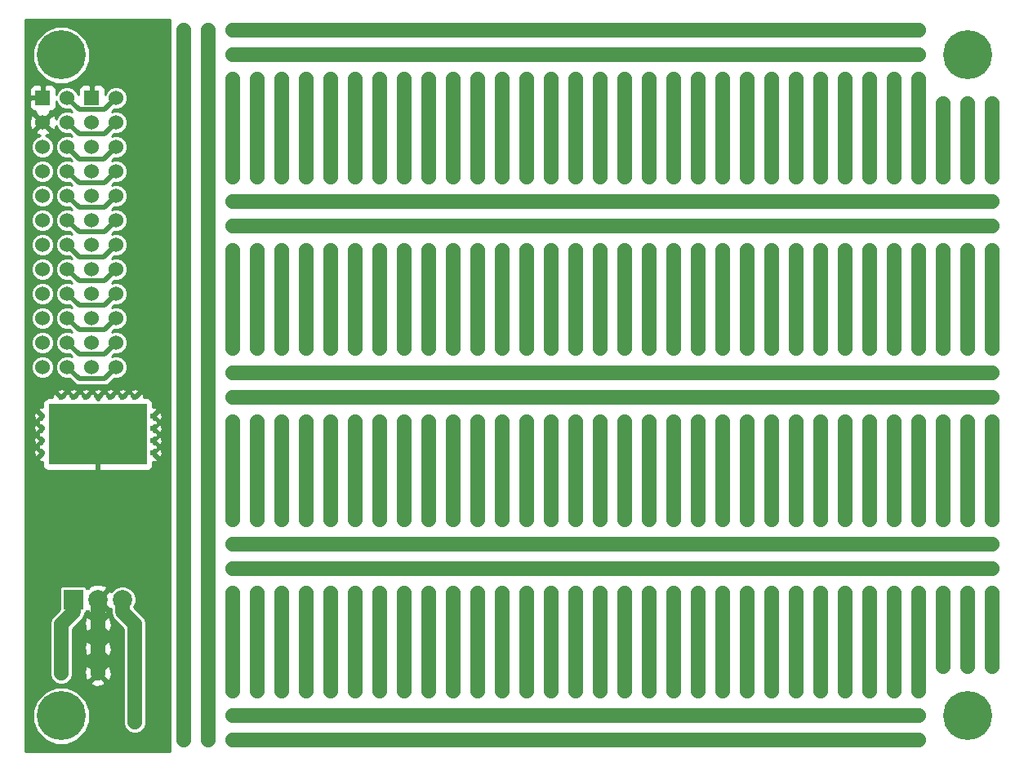
<source format=gbr>
G04 #@! TF.FileFunction,Copper,L2,Bot,Signal*
%FSLAX46Y46*%
G04 Gerber Fmt 4.6, Leading zero omitted, Abs format (unit mm)*
G04 Created by KiCad (PCBNEW 4.0.7) date Monday, July 23, 2018 'PMt' 01:55:31 PM*
%MOMM*%
%LPD*%
G01*
G04 APERTURE LIST*
%ADD10C,0.100000*%
%ADD11C,1.524000*%
%ADD12C,5.080000*%
%ADD13R,1.524000X1.524000*%
%ADD14C,0.600000*%
%ADD15R,2.000000X2.000000*%
%ADD16C,2.000000*%
%ADD17R,10.160000X6.350000*%
%ADD18C,1.524000*%
%ADD19C,0.508000*%
%ADD20C,0.254000*%
G04 APERTURE END LIST*
D10*
D11*
X115570000Y-146050000D03*
X115570000Y-148590000D03*
X115570000Y-135890000D03*
X115570000Y-138430000D03*
X115570000Y-143510000D03*
X115570000Y-140970000D03*
X115570000Y-130810000D03*
X115570000Y-133350000D03*
X115570000Y-128270000D03*
X115570000Y-125730000D03*
X115570000Y-100330000D03*
X115570000Y-102870000D03*
X115570000Y-107950000D03*
X115570000Y-105410000D03*
X115570000Y-115570000D03*
X115570000Y-118110000D03*
X115570000Y-113030000D03*
X115570000Y-110490000D03*
X115570000Y-123190000D03*
X115570000Y-120650000D03*
X115570000Y-95250000D03*
X115570000Y-97790000D03*
X115570000Y-85090000D03*
X115570000Y-87630000D03*
X115570000Y-92710000D03*
X115570000Y-90170000D03*
X115570000Y-80010000D03*
X115570000Y-82550000D03*
X115570000Y-77470000D03*
X115570000Y-74930000D03*
D12*
X102870000Y-77470000D03*
X196850000Y-77470000D03*
X196850000Y-146050000D03*
X102870000Y-146050000D03*
D11*
X106045000Y-86995000D03*
D13*
X106045000Y-81915000D03*
D11*
X108585000Y-81915000D03*
X108585000Y-86995000D03*
X108585000Y-84455000D03*
X106045000Y-84455000D03*
X106045000Y-89535000D03*
X108585000Y-89535000D03*
X108585000Y-92075000D03*
X106045000Y-92075000D03*
X106045000Y-102235000D03*
X108585000Y-102235000D03*
X108585000Y-99695000D03*
X106045000Y-99695000D03*
X106045000Y-94615000D03*
X108585000Y-94615000D03*
X108585000Y-97155000D03*
X106045000Y-97155000D03*
X106045000Y-104775000D03*
X108585000Y-104775000D03*
X106045000Y-107315000D03*
X108585000Y-107315000D03*
X108585000Y-109855000D03*
X106045000Y-109855000D03*
X100965000Y-109855000D03*
X103505000Y-109855000D03*
X103505000Y-107315000D03*
X100965000Y-107315000D03*
X103505000Y-104775000D03*
X100965000Y-104775000D03*
X100965000Y-97155000D03*
X103505000Y-97155000D03*
X103505000Y-94615000D03*
X100965000Y-94615000D03*
X100965000Y-99695000D03*
X103505000Y-99695000D03*
X103505000Y-102235000D03*
X100965000Y-102235000D03*
X100965000Y-92075000D03*
X103505000Y-92075000D03*
X103505000Y-89535000D03*
X100965000Y-89535000D03*
X100965000Y-84455000D03*
X103505000Y-84455000D03*
X103505000Y-86995000D03*
X103505000Y-81915000D03*
D13*
X100965000Y-81915000D03*
D11*
X100965000Y-86995000D03*
X110490000Y-146685000D03*
X110490000Y-141605000D03*
X110490000Y-144145000D03*
X110490000Y-139065000D03*
X106680000Y-141605000D03*
X106680000Y-139065000D03*
X102870000Y-141605000D03*
X102870000Y-139065000D03*
X102870000Y-136525000D03*
X110490000Y-136525000D03*
X106680000Y-136525000D03*
D14*
X110490000Y-113030000D03*
X109220000Y-113030000D03*
X107950000Y-113030000D03*
X102870000Y-113030000D03*
X104140000Y-113030000D03*
X105410000Y-113030000D03*
X106680000Y-113030000D03*
X100965000Y-114935000D03*
X100965000Y-116205000D03*
X100965000Y-117475000D03*
X100965000Y-118745000D03*
X112395000Y-118745000D03*
X112395000Y-117475000D03*
X112395000Y-116205000D03*
X112395000Y-114935000D03*
D15*
X104140000Y-133985000D03*
D16*
X106680000Y-133985000D03*
X109220000Y-133985000D03*
D17*
X106680000Y-116840000D03*
D11*
X118110000Y-146050000D03*
X118110000Y-148590000D03*
X118110000Y-135890000D03*
X118110000Y-138430000D03*
X118110000Y-143510000D03*
X118110000Y-140970000D03*
X118110000Y-130810000D03*
X118110000Y-133350000D03*
X118110000Y-128270000D03*
X118110000Y-125730000D03*
X118110000Y-100330000D03*
X118110000Y-102870000D03*
X118110000Y-107950000D03*
X118110000Y-105410000D03*
X118110000Y-115570000D03*
X118110000Y-118110000D03*
X118110000Y-113030000D03*
X118110000Y-110490000D03*
X118110000Y-123190000D03*
X118110000Y-120650000D03*
X118110000Y-95250000D03*
X118110000Y-97790000D03*
X118110000Y-85090000D03*
X118110000Y-87630000D03*
X118110000Y-92710000D03*
X118110000Y-90170000D03*
X118110000Y-80010000D03*
X118110000Y-82550000D03*
X118110000Y-77470000D03*
X118110000Y-74930000D03*
X115570000Y-146050000D03*
X115570000Y-148590000D03*
X115570000Y-135890000D03*
X115570000Y-138430000D03*
X115570000Y-143510000D03*
X115570000Y-140970000D03*
X115570000Y-130810000D03*
X115570000Y-133350000D03*
X115570000Y-128270000D03*
X115570000Y-125730000D03*
X115570000Y-100330000D03*
X115570000Y-102870000D03*
X115570000Y-107950000D03*
X115570000Y-105410000D03*
X115570000Y-115570000D03*
X115570000Y-118110000D03*
X115570000Y-113030000D03*
X115570000Y-110490000D03*
X115570000Y-123190000D03*
X115570000Y-120650000D03*
X115570000Y-95250000D03*
X115570000Y-97790000D03*
X115570000Y-85090000D03*
X115570000Y-87630000D03*
X115570000Y-92710000D03*
X115570000Y-90170000D03*
X115570000Y-80010000D03*
X115570000Y-82550000D03*
X115570000Y-77470000D03*
X115570000Y-74930000D03*
X191770000Y-148590000D03*
X181610000Y-148590000D03*
X184150000Y-148590000D03*
X189230000Y-148590000D03*
X186690000Y-148590000D03*
X176530000Y-148590000D03*
X179070000Y-148590000D03*
X173990000Y-148590000D03*
X171450000Y-148590000D03*
X146050000Y-148590000D03*
X148590000Y-148590000D03*
X153670000Y-148590000D03*
X151130000Y-148590000D03*
X161290000Y-148590000D03*
X163830000Y-148590000D03*
X158750000Y-148590000D03*
X156210000Y-148590000D03*
X168910000Y-148590000D03*
X166370000Y-148590000D03*
X140970000Y-148590000D03*
X143510000Y-148590000D03*
X130810000Y-148590000D03*
X133350000Y-148590000D03*
X138430000Y-148590000D03*
X135890000Y-148590000D03*
X125730000Y-148590000D03*
X128270000Y-148590000D03*
X123190000Y-148590000D03*
X120650000Y-148590000D03*
X191770000Y-77470000D03*
X181610000Y-77470000D03*
X184150000Y-77470000D03*
X189230000Y-77470000D03*
X186690000Y-77470000D03*
X176530000Y-77470000D03*
X179070000Y-77470000D03*
X173990000Y-77470000D03*
X171450000Y-77470000D03*
X146050000Y-77470000D03*
X148590000Y-77470000D03*
X153670000Y-77470000D03*
X151130000Y-77470000D03*
X161290000Y-77470000D03*
X163830000Y-77470000D03*
X158750000Y-77470000D03*
X156210000Y-77470000D03*
X168910000Y-77470000D03*
X166370000Y-77470000D03*
X140970000Y-77470000D03*
X143510000Y-77470000D03*
X130810000Y-77470000D03*
X133350000Y-77470000D03*
X138430000Y-77470000D03*
X135890000Y-77470000D03*
X125730000Y-77470000D03*
X128270000Y-77470000D03*
X123190000Y-77470000D03*
X120650000Y-77470000D03*
X123190000Y-125730000D03*
X123190000Y-120650000D03*
X123190000Y-123190000D03*
X123190000Y-118110000D03*
X123190000Y-115570000D03*
X133350000Y-90170000D03*
X133350000Y-85090000D03*
X133350000Y-87630000D03*
X133350000Y-82550000D03*
X133350000Y-80010000D03*
X148590000Y-90170000D03*
X148590000Y-85090000D03*
X148590000Y-87630000D03*
X148590000Y-82550000D03*
X148590000Y-80010000D03*
X130810000Y-90170000D03*
X130810000Y-85090000D03*
X130810000Y-87630000D03*
X130810000Y-82550000D03*
X130810000Y-80010000D03*
X146050000Y-90170000D03*
X146050000Y-85090000D03*
X146050000Y-87630000D03*
X146050000Y-82550000D03*
X146050000Y-80010000D03*
X128270000Y-90170000D03*
X128270000Y-85090000D03*
X128270000Y-87630000D03*
X128270000Y-82550000D03*
X128270000Y-80010000D03*
X125730000Y-90170000D03*
X125730000Y-85090000D03*
X125730000Y-87630000D03*
X125730000Y-82550000D03*
X125730000Y-80010000D03*
X130810000Y-125730000D03*
X130810000Y-120650000D03*
X130810000Y-123190000D03*
X130810000Y-118110000D03*
X130810000Y-115570000D03*
X143510000Y-90170000D03*
X143510000Y-85090000D03*
X143510000Y-87630000D03*
X143510000Y-82550000D03*
X143510000Y-80010000D03*
X123190000Y-90170000D03*
X123190000Y-85090000D03*
X123190000Y-87630000D03*
X123190000Y-82550000D03*
X123190000Y-80010000D03*
X163830000Y-90170000D03*
X163830000Y-85090000D03*
X163830000Y-87630000D03*
X163830000Y-82550000D03*
X163830000Y-80010000D03*
X120650000Y-90170000D03*
X120650000Y-85090000D03*
X120650000Y-87630000D03*
X120650000Y-82550000D03*
X120650000Y-80010000D03*
X140970000Y-90170000D03*
X140970000Y-85090000D03*
X140970000Y-87630000D03*
X140970000Y-82550000D03*
X140970000Y-80010000D03*
X189230000Y-90170000D03*
X189230000Y-85090000D03*
X189230000Y-87630000D03*
X189230000Y-82550000D03*
X189230000Y-80010000D03*
X156210000Y-107950000D03*
X156210000Y-102870000D03*
X156210000Y-105410000D03*
X156210000Y-100330000D03*
X156210000Y-97790000D03*
X138430000Y-143510000D03*
X138430000Y-138430000D03*
X138430000Y-140970000D03*
X138430000Y-135890000D03*
X138430000Y-133350000D03*
X161290000Y-125730000D03*
X161290000Y-120650000D03*
X161290000Y-123190000D03*
X161290000Y-118110000D03*
X161290000Y-115570000D03*
X166370000Y-125730000D03*
X166370000Y-120650000D03*
X166370000Y-123190000D03*
X166370000Y-118110000D03*
X166370000Y-115570000D03*
X153670000Y-90170000D03*
X153670000Y-85090000D03*
X153670000Y-87630000D03*
X153670000Y-82550000D03*
X153670000Y-80010000D03*
X156210000Y-90170000D03*
X156210000Y-85090000D03*
X156210000Y-87630000D03*
X156210000Y-82550000D03*
X156210000Y-80010000D03*
X173990000Y-90170000D03*
X173990000Y-85090000D03*
X173990000Y-87630000D03*
X173990000Y-82550000D03*
X173990000Y-80010000D03*
X176530000Y-90170000D03*
X176530000Y-85090000D03*
X176530000Y-87630000D03*
X176530000Y-82550000D03*
X176530000Y-80010000D03*
X199390000Y-107950000D03*
X199390000Y-102870000D03*
X199390000Y-105410000D03*
X199390000Y-100330000D03*
X199390000Y-97790000D03*
X151130000Y-107950000D03*
X151130000Y-102870000D03*
X151130000Y-105410000D03*
X151130000Y-100330000D03*
X151130000Y-97790000D03*
X179070000Y-90170000D03*
X179070000Y-85090000D03*
X179070000Y-87630000D03*
X179070000Y-82550000D03*
X179070000Y-80010000D03*
X158750000Y-90170000D03*
X158750000Y-85090000D03*
X158750000Y-87630000D03*
X158750000Y-82550000D03*
X158750000Y-80010000D03*
X135890000Y-90170000D03*
X135890000Y-85090000D03*
X135890000Y-87630000D03*
X135890000Y-82550000D03*
X135890000Y-80010000D03*
X138430000Y-90170000D03*
X138430000Y-85090000D03*
X138430000Y-87630000D03*
X138430000Y-82550000D03*
X138430000Y-80010000D03*
X161290000Y-90170000D03*
X161290000Y-85090000D03*
X161290000Y-87630000D03*
X161290000Y-82550000D03*
X161290000Y-80010000D03*
X194310000Y-87630000D03*
X194310000Y-90170000D03*
X194310000Y-85090000D03*
X194310000Y-82550000D03*
X196850000Y-87630000D03*
X196850000Y-90170000D03*
X196850000Y-85090000D03*
X196850000Y-82550000D03*
X199390000Y-87630000D03*
X199390000Y-90170000D03*
X199390000Y-85090000D03*
X199390000Y-82550000D03*
X199390000Y-110490000D03*
X196850000Y-110490000D03*
X191770000Y-110490000D03*
X194310000Y-110490000D03*
X181610000Y-110490000D03*
X184150000Y-110490000D03*
X189230000Y-110490000D03*
X186690000Y-110490000D03*
X176530000Y-110490000D03*
X179070000Y-110490000D03*
X173990000Y-110490000D03*
X171450000Y-110490000D03*
X146050000Y-110490000D03*
X148590000Y-110490000D03*
X153670000Y-110490000D03*
X151130000Y-110490000D03*
X161290000Y-110490000D03*
X163830000Y-110490000D03*
X158750000Y-110490000D03*
X156210000Y-110490000D03*
X168910000Y-110490000D03*
X166370000Y-110490000D03*
X140970000Y-110490000D03*
X143510000Y-110490000D03*
X130810000Y-110490000D03*
X133350000Y-110490000D03*
X138430000Y-110490000D03*
X135890000Y-110490000D03*
X125730000Y-110490000D03*
X128270000Y-110490000D03*
X123190000Y-110490000D03*
X120650000Y-110490000D03*
X199390000Y-92710000D03*
X196850000Y-92710000D03*
X191770000Y-92710000D03*
X194310000Y-92710000D03*
X181610000Y-92710000D03*
X184150000Y-92710000D03*
X189230000Y-92710000D03*
X186690000Y-92710000D03*
X176530000Y-92710000D03*
X179070000Y-92710000D03*
X173990000Y-92710000D03*
X171450000Y-92710000D03*
X146050000Y-92710000D03*
X148590000Y-92710000D03*
X153670000Y-92710000D03*
X151130000Y-92710000D03*
X161290000Y-92710000D03*
X163830000Y-92710000D03*
X158750000Y-92710000D03*
X156210000Y-92710000D03*
X168910000Y-92710000D03*
X166370000Y-92710000D03*
X140970000Y-92710000D03*
X143510000Y-92710000D03*
X130810000Y-92710000D03*
X133350000Y-92710000D03*
X138430000Y-92710000D03*
X135890000Y-92710000D03*
X125730000Y-92710000D03*
X128270000Y-92710000D03*
X123190000Y-92710000D03*
X120650000Y-92710000D03*
X168910000Y-90170000D03*
X168910000Y-85090000D03*
X168910000Y-87630000D03*
X168910000Y-82550000D03*
X168910000Y-80010000D03*
X191770000Y-90170000D03*
X191770000Y-85090000D03*
X191770000Y-87630000D03*
X191770000Y-82550000D03*
X191770000Y-80010000D03*
X151130000Y-90170000D03*
X151130000Y-85090000D03*
X151130000Y-87630000D03*
X151130000Y-82550000D03*
X151130000Y-80010000D03*
X171450000Y-90170000D03*
X171450000Y-85090000D03*
X171450000Y-87630000D03*
X171450000Y-82550000D03*
X171450000Y-80010000D03*
X146050000Y-125730000D03*
X146050000Y-120650000D03*
X146050000Y-123190000D03*
X146050000Y-118110000D03*
X146050000Y-115570000D03*
X171450000Y-125730000D03*
X171450000Y-120650000D03*
X171450000Y-123190000D03*
X171450000Y-118110000D03*
X171450000Y-115570000D03*
X128270000Y-125730000D03*
X128270000Y-120650000D03*
X128270000Y-123190000D03*
X128270000Y-118110000D03*
X128270000Y-115570000D03*
X156210000Y-125730000D03*
X156210000Y-120650000D03*
X156210000Y-123190000D03*
X156210000Y-118110000D03*
X156210000Y-115570000D03*
X143510000Y-125730000D03*
X143510000Y-120650000D03*
X143510000Y-123190000D03*
X143510000Y-118110000D03*
X143510000Y-115570000D03*
X158750000Y-125730000D03*
X158750000Y-120650000D03*
X158750000Y-123190000D03*
X158750000Y-118110000D03*
X158750000Y-115570000D03*
X120650000Y-143510000D03*
X120650000Y-138430000D03*
X120650000Y-140970000D03*
X120650000Y-135890000D03*
X120650000Y-133350000D03*
X168910000Y-125730000D03*
X168910000Y-120650000D03*
X168910000Y-123190000D03*
X168910000Y-118110000D03*
X168910000Y-115570000D03*
X153670000Y-125730000D03*
X153670000Y-120650000D03*
X153670000Y-123190000D03*
X153670000Y-118110000D03*
X153670000Y-115570000D03*
X163830000Y-125730000D03*
X163830000Y-120650000D03*
X163830000Y-123190000D03*
X163830000Y-118110000D03*
X163830000Y-115570000D03*
X151130000Y-125730000D03*
X151130000Y-120650000D03*
X151130000Y-123190000D03*
X151130000Y-118110000D03*
X151130000Y-115570000D03*
X143510000Y-107950000D03*
X143510000Y-102870000D03*
X143510000Y-105410000D03*
X143510000Y-100330000D03*
X143510000Y-97790000D03*
X148590000Y-107950000D03*
X148590000Y-102870000D03*
X148590000Y-105410000D03*
X148590000Y-100330000D03*
X148590000Y-97790000D03*
X140970000Y-107950000D03*
X140970000Y-102870000D03*
X140970000Y-105410000D03*
X140970000Y-100330000D03*
X140970000Y-97790000D03*
X148590000Y-125730000D03*
X148590000Y-120650000D03*
X148590000Y-123190000D03*
X148590000Y-118110000D03*
X148590000Y-115570000D03*
X138430000Y-125730000D03*
X138430000Y-120650000D03*
X138430000Y-123190000D03*
X138430000Y-118110000D03*
X138430000Y-115570000D03*
X133350000Y-125730000D03*
X133350000Y-120650000D03*
X133350000Y-123190000D03*
X133350000Y-118110000D03*
X133350000Y-115570000D03*
X135890000Y-125730000D03*
X135890000Y-120650000D03*
X135890000Y-123190000D03*
X135890000Y-118110000D03*
X135890000Y-115570000D03*
X123190000Y-143510000D03*
X123190000Y-138430000D03*
X123190000Y-140970000D03*
X123190000Y-135890000D03*
X123190000Y-133350000D03*
X125730000Y-143510000D03*
X125730000Y-138430000D03*
X125730000Y-140970000D03*
X125730000Y-135890000D03*
X125730000Y-133350000D03*
X125730000Y-125730000D03*
X125730000Y-120650000D03*
X125730000Y-123190000D03*
X125730000Y-118110000D03*
X125730000Y-115570000D03*
X130810000Y-143510000D03*
X130810000Y-138430000D03*
X130810000Y-140970000D03*
X130810000Y-135890000D03*
X130810000Y-133350000D03*
X133350000Y-143510000D03*
X133350000Y-138430000D03*
X133350000Y-140970000D03*
X133350000Y-135890000D03*
X133350000Y-133350000D03*
X146050000Y-143510000D03*
X146050000Y-138430000D03*
X146050000Y-140970000D03*
X146050000Y-135890000D03*
X146050000Y-133350000D03*
X140970000Y-125730000D03*
X140970000Y-120650000D03*
X140970000Y-123190000D03*
X140970000Y-118110000D03*
X140970000Y-115570000D03*
X120650000Y-107950000D03*
X120650000Y-102870000D03*
X120650000Y-105410000D03*
X120650000Y-100330000D03*
X120650000Y-97790000D03*
X135890000Y-107950000D03*
X135890000Y-102870000D03*
X135890000Y-105410000D03*
X135890000Y-100330000D03*
X135890000Y-97790000D03*
X179070000Y-107950000D03*
X179070000Y-102870000D03*
X179070000Y-105410000D03*
X179070000Y-100330000D03*
X179070000Y-97790000D03*
X199390000Y-95250000D03*
X196850000Y-95250000D03*
X191770000Y-95250000D03*
X194310000Y-95250000D03*
X181610000Y-95250000D03*
X184150000Y-95250000D03*
X189230000Y-95250000D03*
X186690000Y-95250000D03*
X176530000Y-95250000D03*
X179070000Y-95250000D03*
X173990000Y-95250000D03*
X171450000Y-95250000D03*
X146050000Y-95250000D03*
X148590000Y-95250000D03*
X153670000Y-95250000D03*
X151130000Y-95250000D03*
X161290000Y-95250000D03*
X163830000Y-95250000D03*
X158750000Y-95250000D03*
X156210000Y-95250000D03*
X168910000Y-95250000D03*
X166370000Y-95250000D03*
X140970000Y-95250000D03*
X143510000Y-95250000D03*
X130810000Y-95250000D03*
X133350000Y-95250000D03*
X138430000Y-95250000D03*
X135890000Y-95250000D03*
X125730000Y-95250000D03*
X128270000Y-95250000D03*
X123190000Y-95250000D03*
X120650000Y-95250000D03*
X199390000Y-128270000D03*
X196850000Y-128270000D03*
X191770000Y-128270000D03*
X194310000Y-128270000D03*
X181610000Y-128270000D03*
X184150000Y-128270000D03*
X189230000Y-128270000D03*
X186690000Y-128270000D03*
X176530000Y-128270000D03*
X179070000Y-128270000D03*
X173990000Y-128270000D03*
X171450000Y-128270000D03*
X146050000Y-128270000D03*
X148590000Y-128270000D03*
X153670000Y-128270000D03*
X151130000Y-128270000D03*
X161290000Y-128270000D03*
X163830000Y-128270000D03*
X158750000Y-128270000D03*
X156210000Y-128270000D03*
X168910000Y-128270000D03*
X166370000Y-128270000D03*
X140970000Y-128270000D03*
X143510000Y-128270000D03*
X130810000Y-128270000D03*
X133350000Y-128270000D03*
X138430000Y-128270000D03*
X135890000Y-128270000D03*
X125730000Y-128270000D03*
X128270000Y-128270000D03*
X123190000Y-128270000D03*
X120650000Y-128270000D03*
X135890000Y-143510000D03*
X135890000Y-138430000D03*
X135890000Y-140970000D03*
X135890000Y-135890000D03*
X135890000Y-133350000D03*
X128270000Y-107950000D03*
X128270000Y-102870000D03*
X128270000Y-105410000D03*
X128270000Y-100330000D03*
X128270000Y-97790000D03*
X133350000Y-107950000D03*
X133350000Y-102870000D03*
X133350000Y-105410000D03*
X133350000Y-100330000D03*
X133350000Y-97790000D03*
X125730000Y-107950000D03*
X125730000Y-102870000D03*
X125730000Y-105410000D03*
X125730000Y-100330000D03*
X125730000Y-97790000D03*
X146050000Y-107950000D03*
X146050000Y-102870000D03*
X146050000Y-105410000D03*
X146050000Y-100330000D03*
X146050000Y-97790000D03*
X138430000Y-107950000D03*
X138430000Y-102870000D03*
X138430000Y-105410000D03*
X138430000Y-100330000D03*
X138430000Y-97790000D03*
X130810000Y-107950000D03*
X130810000Y-102870000D03*
X130810000Y-105410000D03*
X130810000Y-100330000D03*
X130810000Y-97790000D03*
X176530000Y-107950000D03*
X176530000Y-102870000D03*
X176530000Y-105410000D03*
X176530000Y-100330000D03*
X176530000Y-97790000D03*
X166370000Y-107950000D03*
X166370000Y-102870000D03*
X166370000Y-105410000D03*
X166370000Y-100330000D03*
X166370000Y-97790000D03*
X194310000Y-107950000D03*
X194310000Y-102870000D03*
X194310000Y-105410000D03*
X194310000Y-100330000D03*
X194310000Y-97790000D03*
X173990000Y-107950000D03*
X173990000Y-102870000D03*
X173990000Y-105410000D03*
X173990000Y-100330000D03*
X173990000Y-97790000D03*
X163830000Y-107950000D03*
X163830000Y-102870000D03*
X163830000Y-105410000D03*
X163830000Y-100330000D03*
X163830000Y-97790000D03*
X191770000Y-107950000D03*
X191770000Y-102870000D03*
X191770000Y-105410000D03*
X191770000Y-100330000D03*
X191770000Y-97790000D03*
X171450000Y-107950000D03*
X171450000Y-102870000D03*
X171450000Y-105410000D03*
X171450000Y-100330000D03*
X171450000Y-97790000D03*
X186690000Y-90170000D03*
X186690000Y-85090000D03*
X186690000Y-87630000D03*
X186690000Y-82550000D03*
X186690000Y-80010000D03*
X196850000Y-107950000D03*
X196850000Y-102870000D03*
X196850000Y-105410000D03*
X196850000Y-100330000D03*
X196850000Y-97790000D03*
X184150000Y-107950000D03*
X184150000Y-102870000D03*
X184150000Y-105410000D03*
X184150000Y-100330000D03*
X184150000Y-97790000D03*
X166370000Y-90170000D03*
X166370000Y-85090000D03*
X166370000Y-87630000D03*
X166370000Y-82550000D03*
X166370000Y-80010000D03*
X181610000Y-90170000D03*
X181610000Y-85090000D03*
X181610000Y-87630000D03*
X181610000Y-82550000D03*
X181610000Y-80010000D03*
X181610000Y-107950000D03*
X181610000Y-102870000D03*
X181610000Y-105410000D03*
X181610000Y-100330000D03*
X181610000Y-97790000D03*
X186690000Y-107950000D03*
X186690000Y-102870000D03*
X186690000Y-105410000D03*
X186690000Y-100330000D03*
X186690000Y-97790000D03*
X161290000Y-107950000D03*
X161290000Y-102870000D03*
X161290000Y-105410000D03*
X161290000Y-100330000D03*
X161290000Y-97790000D03*
X199390000Y-125730000D03*
X199390000Y-120650000D03*
X199390000Y-123190000D03*
X199390000Y-118110000D03*
X199390000Y-115570000D03*
X123190000Y-107950000D03*
X123190000Y-102870000D03*
X123190000Y-105410000D03*
X123190000Y-100330000D03*
X123190000Y-97790000D03*
X151130000Y-143510000D03*
X151130000Y-138430000D03*
X151130000Y-140970000D03*
X151130000Y-135890000D03*
X151130000Y-133350000D03*
X148590000Y-143510000D03*
X148590000Y-138430000D03*
X148590000Y-140970000D03*
X148590000Y-135890000D03*
X148590000Y-133350000D03*
X128270000Y-143510000D03*
X128270000Y-138430000D03*
X128270000Y-140970000D03*
X128270000Y-135890000D03*
X128270000Y-133350000D03*
X153670000Y-143510000D03*
X153670000Y-138430000D03*
X153670000Y-140970000D03*
X153670000Y-135890000D03*
X153670000Y-133350000D03*
X158750000Y-143510000D03*
X158750000Y-138430000D03*
X158750000Y-140970000D03*
X158750000Y-135890000D03*
X158750000Y-133350000D03*
X196850000Y-125730000D03*
X196850000Y-120650000D03*
X196850000Y-123190000D03*
X196850000Y-118110000D03*
X196850000Y-115570000D03*
X158750000Y-107950000D03*
X158750000Y-102870000D03*
X158750000Y-105410000D03*
X158750000Y-100330000D03*
X158750000Y-97790000D03*
X189230000Y-107950000D03*
X189230000Y-102870000D03*
X189230000Y-105410000D03*
X189230000Y-100330000D03*
X189230000Y-97790000D03*
X199390000Y-130810000D03*
X196850000Y-130810000D03*
X191770000Y-130810000D03*
X194310000Y-130810000D03*
X181610000Y-130810000D03*
X184150000Y-130810000D03*
X189230000Y-130810000D03*
X186690000Y-130810000D03*
X176530000Y-130810000D03*
X179070000Y-130810000D03*
X173990000Y-130810000D03*
X171450000Y-130810000D03*
X146050000Y-130810000D03*
X148590000Y-130810000D03*
X153670000Y-130810000D03*
X151130000Y-130810000D03*
X161290000Y-130810000D03*
X163830000Y-130810000D03*
X158750000Y-130810000D03*
X156210000Y-130810000D03*
X168910000Y-130810000D03*
X166370000Y-130810000D03*
X140970000Y-130810000D03*
X143510000Y-130810000D03*
X130810000Y-130810000D03*
X133350000Y-130810000D03*
X138430000Y-130810000D03*
X135890000Y-130810000D03*
X125730000Y-130810000D03*
X128270000Y-130810000D03*
X123190000Y-130810000D03*
X120650000Y-130810000D03*
X199390000Y-113030000D03*
X196850000Y-113030000D03*
X191770000Y-113030000D03*
X194310000Y-113030000D03*
X181610000Y-113030000D03*
X184150000Y-113030000D03*
X189230000Y-113030000D03*
X186690000Y-113030000D03*
X176530000Y-113030000D03*
X179070000Y-113030000D03*
X173990000Y-113030000D03*
X171450000Y-113030000D03*
X146050000Y-113030000D03*
X148590000Y-113030000D03*
X153670000Y-113030000D03*
X151130000Y-113030000D03*
X161290000Y-113030000D03*
X163830000Y-113030000D03*
X158750000Y-113030000D03*
X156210000Y-113030000D03*
X168910000Y-113030000D03*
X166370000Y-113030000D03*
X140970000Y-113030000D03*
X143510000Y-113030000D03*
X130810000Y-113030000D03*
X133350000Y-113030000D03*
X138430000Y-113030000D03*
X135890000Y-113030000D03*
X125730000Y-113030000D03*
X128270000Y-113030000D03*
X123190000Y-113030000D03*
X120650000Y-113030000D03*
X189230000Y-143510000D03*
X189230000Y-138430000D03*
X189230000Y-140970000D03*
X189230000Y-135890000D03*
X189230000Y-133350000D03*
X191770000Y-143510000D03*
X191770000Y-138430000D03*
X191770000Y-140970000D03*
X191770000Y-135890000D03*
X191770000Y-133350000D03*
X181610000Y-143510000D03*
X181610000Y-138430000D03*
X181610000Y-140970000D03*
X181610000Y-135890000D03*
X181610000Y-133350000D03*
X179070000Y-125730000D03*
X179070000Y-120650000D03*
X179070000Y-123190000D03*
X179070000Y-118110000D03*
X179070000Y-115570000D03*
X189230000Y-125730000D03*
X189230000Y-120650000D03*
X189230000Y-123190000D03*
X189230000Y-118110000D03*
X189230000Y-115570000D03*
X143510000Y-143510000D03*
X143510000Y-138430000D03*
X143510000Y-140970000D03*
X143510000Y-135890000D03*
X143510000Y-133350000D03*
X153670000Y-107950000D03*
X153670000Y-102870000D03*
X153670000Y-105410000D03*
X153670000Y-100330000D03*
X153670000Y-97790000D03*
X191770000Y-125730000D03*
X191770000Y-120650000D03*
X191770000Y-123190000D03*
X191770000Y-118110000D03*
X191770000Y-115570000D03*
X181610000Y-125730000D03*
X181610000Y-120650000D03*
X181610000Y-123190000D03*
X181610000Y-118110000D03*
X181610000Y-115570000D03*
X161290000Y-143510000D03*
X161290000Y-138430000D03*
X161290000Y-140970000D03*
X161290000Y-135890000D03*
X161290000Y-133350000D03*
X173990000Y-143510000D03*
X173990000Y-138430000D03*
X173990000Y-140970000D03*
X173990000Y-135890000D03*
X173990000Y-133350000D03*
X140970000Y-143510000D03*
X140970000Y-138430000D03*
X140970000Y-140970000D03*
X140970000Y-135890000D03*
X140970000Y-133350000D03*
X166370000Y-143510000D03*
X166370000Y-138430000D03*
X166370000Y-140970000D03*
X166370000Y-135890000D03*
X166370000Y-133350000D03*
X156210000Y-143510000D03*
X156210000Y-138430000D03*
X156210000Y-140970000D03*
X156210000Y-135890000D03*
X156210000Y-133350000D03*
X163830000Y-143510000D03*
X163830000Y-138430000D03*
X163830000Y-140970000D03*
X163830000Y-135890000D03*
X163830000Y-133350000D03*
X184150000Y-125730000D03*
X184150000Y-120650000D03*
X184150000Y-123190000D03*
X184150000Y-118110000D03*
X184150000Y-115570000D03*
X194310000Y-125730000D03*
X194310000Y-120650000D03*
X194310000Y-123190000D03*
X194310000Y-118110000D03*
X194310000Y-115570000D03*
X168910000Y-107950000D03*
X168910000Y-102870000D03*
X168910000Y-105410000D03*
X168910000Y-100330000D03*
X168910000Y-97790000D03*
X184150000Y-90170000D03*
X184150000Y-85090000D03*
X184150000Y-87630000D03*
X184150000Y-82550000D03*
X184150000Y-80010000D03*
X168910000Y-143510000D03*
X168910000Y-138430000D03*
X168910000Y-140970000D03*
X168910000Y-135890000D03*
X168910000Y-133350000D03*
X171450000Y-143510000D03*
X171450000Y-138430000D03*
X171450000Y-140970000D03*
X171450000Y-135890000D03*
X171450000Y-133350000D03*
X176530000Y-143510000D03*
X176530000Y-138430000D03*
X176530000Y-140970000D03*
X176530000Y-135890000D03*
X176530000Y-133350000D03*
X184150000Y-143510000D03*
X184150000Y-138430000D03*
X184150000Y-140970000D03*
X184150000Y-135890000D03*
X184150000Y-133350000D03*
X186690000Y-143510000D03*
X186690000Y-138430000D03*
X186690000Y-140970000D03*
X186690000Y-135890000D03*
X186690000Y-133350000D03*
X179070000Y-143510000D03*
X179070000Y-138430000D03*
X179070000Y-140970000D03*
X179070000Y-135890000D03*
X179070000Y-133350000D03*
X120650000Y-125730000D03*
X120650000Y-120650000D03*
X120650000Y-123190000D03*
X120650000Y-118110000D03*
X120650000Y-115570000D03*
X176530000Y-125730000D03*
X176530000Y-120650000D03*
X176530000Y-123190000D03*
X176530000Y-118110000D03*
X176530000Y-115570000D03*
X186690000Y-125730000D03*
X186690000Y-120650000D03*
X186690000Y-123190000D03*
X186690000Y-118110000D03*
X186690000Y-115570000D03*
X173990000Y-125730000D03*
X173990000Y-120650000D03*
X173990000Y-123190000D03*
X173990000Y-118110000D03*
X173990000Y-115570000D03*
X191770000Y-146050000D03*
X181610000Y-146050000D03*
X184150000Y-146050000D03*
X189230000Y-146050000D03*
X186690000Y-146050000D03*
X176530000Y-146050000D03*
X179070000Y-146050000D03*
X173990000Y-146050000D03*
X171450000Y-146050000D03*
X146050000Y-146050000D03*
X148590000Y-146050000D03*
X153670000Y-146050000D03*
X151130000Y-146050000D03*
X161290000Y-146050000D03*
X163830000Y-146050000D03*
X158750000Y-146050000D03*
X156210000Y-146050000D03*
X168910000Y-146050000D03*
X166370000Y-146050000D03*
X140970000Y-146050000D03*
X143510000Y-146050000D03*
X130810000Y-146050000D03*
X133350000Y-146050000D03*
X138430000Y-146050000D03*
X135890000Y-146050000D03*
X125730000Y-146050000D03*
X128270000Y-146050000D03*
X123190000Y-146050000D03*
X120650000Y-146050000D03*
X191770000Y-74930000D03*
X181610000Y-74930000D03*
X184150000Y-74930000D03*
X189230000Y-74930000D03*
X186690000Y-74930000D03*
X176530000Y-74930000D03*
X179070000Y-74930000D03*
X173990000Y-74930000D03*
X171450000Y-74930000D03*
X146050000Y-74930000D03*
X148590000Y-74930000D03*
X153670000Y-74930000D03*
X151130000Y-74930000D03*
X161290000Y-74930000D03*
X163830000Y-74930000D03*
X158750000Y-74930000D03*
X156210000Y-74930000D03*
X168910000Y-74930000D03*
X166370000Y-74930000D03*
X140970000Y-74930000D03*
X143510000Y-74930000D03*
X130810000Y-74930000D03*
X133350000Y-74930000D03*
X138430000Y-74930000D03*
X135890000Y-74930000D03*
X125730000Y-74930000D03*
X128270000Y-74930000D03*
X123190000Y-74930000D03*
X120650000Y-74930000D03*
X199390000Y-138430000D03*
X199390000Y-140970000D03*
X199390000Y-135890000D03*
X199390000Y-133350000D03*
X194310000Y-138430000D03*
X194310000Y-140970000D03*
X194310000Y-135890000D03*
X194310000Y-133350000D03*
X196850000Y-138430000D03*
X196850000Y-140970000D03*
X196850000Y-135890000D03*
X196850000Y-133350000D03*
D18*
X118110000Y-135890000D02*
X118110000Y-148590000D01*
X115570000Y-135890000D02*
X115570000Y-148590000D01*
X120650000Y-74930000D02*
X189230000Y-74930000D01*
X189230000Y-74930000D02*
X191770000Y-74930000D01*
X120650000Y-133350000D02*
X120650000Y-143510000D01*
X123190000Y-133350000D02*
X123190000Y-143510000D01*
X125730000Y-133350000D02*
X125730000Y-143510000D01*
X128270000Y-133350000D02*
X128270000Y-143510000D01*
X130810000Y-133350000D02*
X130810000Y-143510000D01*
X133350000Y-133350000D02*
X133350000Y-143510000D01*
X135890000Y-133350000D02*
X135890000Y-143510000D01*
X138430000Y-133350000D02*
X138430000Y-143510000D01*
X140970000Y-133350000D02*
X140970000Y-143510000D01*
X143510000Y-133350000D02*
X143510000Y-143510000D01*
X146050000Y-133350000D02*
X146050000Y-143510000D01*
X148590000Y-133350000D02*
X148590000Y-143510000D01*
X151130000Y-133350000D02*
X151130000Y-143510000D01*
X153670000Y-133350000D02*
X153670000Y-143510000D01*
X156210000Y-133350000D02*
X156210000Y-143510000D01*
X158750000Y-133350000D02*
X158750000Y-143510000D01*
X161290000Y-133350000D02*
X161290000Y-143510000D01*
X163830000Y-133350000D02*
X163830000Y-143510000D01*
X166370000Y-133350000D02*
X166370000Y-143510000D01*
X168910000Y-133350000D02*
X168910000Y-143510000D01*
X171450000Y-133350000D02*
X171450000Y-143510000D01*
X173990000Y-133350000D02*
X173990000Y-143510000D01*
X176530000Y-133350000D02*
X176530000Y-143510000D01*
X179070000Y-133350000D02*
X179070000Y-143510000D01*
X181610000Y-133350000D02*
X181610000Y-143510000D01*
X184150000Y-133350000D02*
X184150000Y-143510000D01*
X186690000Y-133350000D02*
X186690000Y-143510000D01*
X189230000Y-133350000D02*
X189230000Y-143510000D01*
X191770000Y-133350000D02*
X191770000Y-143510000D01*
X194310000Y-133350000D02*
X194310000Y-140970000D01*
X196850000Y-133350000D02*
X196850000Y-140970000D01*
X199390000Y-133350000D02*
X199390000Y-140970000D01*
X199390000Y-115570000D02*
X199390000Y-125730000D01*
X196850000Y-115570000D02*
X196850000Y-125730000D01*
X194310000Y-115570000D02*
X194310000Y-125730000D01*
X191770000Y-115570000D02*
X191770000Y-125730000D01*
X189230000Y-115570000D02*
X189230000Y-125730000D01*
X186690000Y-115570000D02*
X186690000Y-125730000D01*
X184150000Y-115570000D02*
X184150000Y-125730000D01*
X181610000Y-115570000D02*
X181610000Y-125730000D01*
X179070000Y-115570000D02*
X179070000Y-125730000D01*
X176530000Y-115570000D02*
X176530000Y-125730000D01*
X173990000Y-115570000D02*
X173990000Y-125730000D01*
X171450000Y-115570000D02*
X171450000Y-125730000D01*
X168910000Y-115570000D02*
X168910000Y-125730000D01*
X166370000Y-115570000D02*
X166370000Y-125730000D01*
X163830000Y-115570000D02*
X163830000Y-125730000D01*
X161290000Y-115570000D02*
X161290000Y-125730000D01*
X158750000Y-115570000D02*
X158750000Y-125730000D01*
X156210000Y-115570000D02*
X156210000Y-125730000D01*
X153670000Y-115570000D02*
X153670000Y-125730000D01*
X151130000Y-115570000D02*
X151130000Y-125730000D01*
X148590000Y-115570000D02*
X148590000Y-125730000D01*
X146050000Y-115570000D02*
X146050000Y-125730000D01*
X143510000Y-115570000D02*
X143510000Y-125730000D01*
X140970000Y-115570000D02*
X140970000Y-125730000D01*
X138430000Y-115570000D02*
X138430000Y-125730000D01*
X135890000Y-115570000D02*
X135890000Y-125730000D01*
X133350000Y-115570000D02*
X133350000Y-125730000D01*
X130810000Y-115570000D02*
X130810000Y-125730000D01*
X128270000Y-115570000D02*
X128270000Y-125730000D01*
X125730000Y-115570000D02*
X125730000Y-125730000D01*
X123190000Y-115570000D02*
X123190000Y-125730000D01*
X120650000Y-115570000D02*
X120650000Y-125730000D01*
X199390000Y-97790000D02*
X199390000Y-107950000D01*
X196850000Y-97790000D02*
X196850000Y-107950000D01*
X194310000Y-97790000D02*
X194310000Y-107950000D01*
X191770000Y-97790000D02*
X191770000Y-107950000D01*
X189230000Y-97790000D02*
X189230000Y-107950000D01*
X186690000Y-97790000D02*
X186690000Y-107950000D01*
X184150000Y-97790000D02*
X184150000Y-107950000D01*
X181610000Y-97790000D02*
X181610000Y-107950000D01*
X179070000Y-97790000D02*
X179070000Y-107950000D01*
X176530000Y-97790000D02*
X176530000Y-107950000D01*
X173990000Y-97790000D02*
X173990000Y-107950000D01*
X171450000Y-97790000D02*
X171450000Y-107950000D01*
X168910000Y-97790000D02*
X168910000Y-107950000D01*
X166370000Y-97790000D02*
X166370000Y-107950000D01*
X163830000Y-97790000D02*
X163830000Y-107950000D01*
X161290000Y-97790000D02*
X161290000Y-107950000D01*
X158750000Y-97790000D02*
X158750000Y-107950000D01*
X156210000Y-97790000D02*
X156210000Y-107950000D01*
X153670000Y-97790000D02*
X153670000Y-107950000D01*
X151130000Y-97790000D02*
X151130000Y-107950000D01*
X148590000Y-97790000D02*
X148590000Y-107950000D01*
X146050000Y-97790000D02*
X146050000Y-107950000D01*
X143510000Y-97790000D02*
X143510000Y-107950000D01*
X140970000Y-97790000D02*
X140970000Y-107950000D01*
X138430000Y-97790000D02*
X138430000Y-107950000D01*
X135890000Y-97790000D02*
X135890000Y-107950000D01*
X130810000Y-97790000D02*
X130810000Y-107950000D01*
X128270000Y-97790000D02*
X128270000Y-107950000D01*
X125730000Y-97790000D02*
X125730000Y-107950000D01*
X123190000Y-97790000D02*
X123190000Y-107950000D01*
X120650000Y-97790000D02*
X120650000Y-107950000D01*
X199390000Y-82550000D02*
X199390000Y-90170000D01*
X196850000Y-82550000D02*
X196850000Y-90170000D01*
X194310000Y-82550000D02*
X194310000Y-90170000D01*
X191770000Y-80010000D02*
X191770000Y-90170000D01*
X189230000Y-80010000D02*
X189230000Y-90170000D01*
X186690000Y-80010000D02*
X186690000Y-90170000D01*
X184150000Y-80010000D02*
X184150000Y-90170000D01*
X181610000Y-80010000D02*
X181610000Y-90170000D01*
X179070000Y-80010000D02*
X179070000Y-90170000D01*
X176530000Y-80010000D02*
X176530000Y-90170000D01*
X173990000Y-80010000D02*
X173990000Y-90170000D01*
X171450000Y-80010000D02*
X171450000Y-90170000D01*
X168910000Y-80010000D02*
X168910000Y-90170000D01*
X166370000Y-80010000D02*
X166370000Y-90170000D01*
X163830000Y-80010000D02*
X163830000Y-90170000D01*
X161290000Y-80010000D02*
X161290000Y-90170000D01*
X158750000Y-80010000D02*
X158750000Y-90170000D01*
X156210000Y-80010000D02*
X156210000Y-90170000D01*
X153670000Y-80010000D02*
X153670000Y-90170000D01*
X151130000Y-80010000D02*
X151130000Y-90170000D01*
X148590000Y-80010000D02*
X148590000Y-90170000D01*
X146050000Y-80010000D02*
X146050000Y-90170000D01*
X143510000Y-80010000D02*
X143510000Y-90170000D01*
X140970000Y-80010000D02*
X140970000Y-90170000D01*
X138430000Y-80010000D02*
X138430000Y-90170000D01*
X135890000Y-80010000D02*
X135890000Y-90170000D01*
X133350000Y-80010000D02*
X133350000Y-90170000D01*
X130810000Y-80010000D02*
X130810000Y-90170000D01*
X128270000Y-80010000D02*
X128270000Y-90170000D01*
X125730000Y-80010000D02*
X125730000Y-90170000D01*
X123190000Y-80010000D02*
X123190000Y-90170000D01*
X120650000Y-80010000D02*
X120650000Y-90170000D01*
X120650000Y-92710000D02*
X199390000Y-92710000D01*
X120650000Y-113030000D02*
X199390000Y-113030000D01*
X120650000Y-110490000D02*
X191770000Y-110490000D01*
X191770000Y-110490000D02*
X199390000Y-110490000D01*
X120650000Y-130810000D02*
X184150000Y-130810000D01*
X184150000Y-130810000D02*
X199390000Y-130810000D01*
X120650000Y-148590000D02*
X191770000Y-148590000D01*
X120650000Y-146050000D02*
X191770000Y-146050000D01*
X118110000Y-74930000D02*
X118110000Y-135890000D01*
X133350000Y-97790000D02*
X133350000Y-107950000D01*
X120650000Y-128270000D02*
X184150000Y-128270000D01*
X184150000Y-128270000D02*
X199390000Y-128270000D01*
X120650000Y-95250000D02*
X199390000Y-95250000D01*
X120650000Y-77470000D02*
X191770000Y-77470000D01*
X115570000Y-74930000D02*
X115570000Y-135890000D01*
X106680000Y-139065000D02*
X106680000Y-141605000D01*
X106680000Y-136525000D02*
X106680000Y-139065000D01*
X106680000Y-133985000D02*
X106680000Y-136525000D01*
D19*
X103505000Y-81915000D02*
X104721001Y-83131001D01*
X104721001Y-83131001D02*
X107368999Y-83131001D01*
X107368999Y-83131001D02*
X107823001Y-82676999D01*
X107823001Y-82676999D02*
X108585000Y-81915000D01*
X103505000Y-86995000D02*
X104775000Y-88265000D01*
X104775000Y-88265000D02*
X107315000Y-88265000D01*
X107315000Y-88265000D02*
X107823001Y-87756999D01*
X107823001Y-87756999D02*
X108585000Y-86995000D01*
X103505000Y-84455000D02*
X104721001Y-85671001D01*
X104721001Y-85671001D02*
X107368999Y-85671001D01*
X107368999Y-85671001D02*
X107823001Y-85216999D01*
X107823001Y-85216999D02*
X108585000Y-84455000D01*
X103505000Y-89535000D02*
X104721001Y-90751001D01*
X104721001Y-90751001D02*
X107368999Y-90751001D01*
X107368999Y-90751001D02*
X107823001Y-90296999D01*
X107823001Y-90296999D02*
X108585000Y-89535000D01*
X103505000Y-92075000D02*
X104721001Y-93291001D01*
X104721001Y-93291001D02*
X107368999Y-93291001D01*
X107368999Y-93291001D02*
X107823001Y-92836999D01*
X107823001Y-92836999D02*
X108585000Y-92075000D01*
X103505000Y-102235000D02*
X104721001Y-103451001D01*
X104721001Y-103451001D02*
X107368999Y-103451001D01*
X107368999Y-103451001D02*
X107823001Y-102996999D01*
X107823001Y-102996999D02*
X108585000Y-102235000D01*
X103505000Y-99695000D02*
X104721001Y-100911001D01*
X104721001Y-100911001D02*
X107368999Y-100911001D01*
X107368999Y-100911001D02*
X107823001Y-100456999D01*
X107823001Y-100456999D02*
X108585000Y-99695000D01*
X103505000Y-94615000D02*
X104721001Y-95831001D01*
X104721001Y-95831001D02*
X107368999Y-95831001D01*
X107368999Y-95831001D02*
X107823001Y-95376999D01*
X107823001Y-95376999D02*
X108585000Y-94615000D01*
X103505000Y-97155000D02*
X104775000Y-98425000D01*
X104775000Y-98425000D02*
X107315000Y-98425000D01*
X107315000Y-98425000D02*
X107823001Y-97916999D01*
X107823001Y-97916999D02*
X108585000Y-97155000D01*
X103505000Y-104775000D02*
X104721001Y-105991001D01*
X104721001Y-105991001D02*
X107368999Y-105991001D01*
X107368999Y-105991001D02*
X107823001Y-105536999D01*
X107823001Y-105536999D02*
X108585000Y-104775000D01*
X103505000Y-107315000D02*
X104721001Y-108531001D01*
X104721001Y-108531001D02*
X107368999Y-108531001D01*
X107368999Y-108531001D02*
X107823001Y-108076999D01*
X107823001Y-108076999D02*
X108585000Y-107315000D01*
D18*
X104140000Y-133985000D02*
X104140000Y-135255000D01*
X104140000Y-135255000D02*
X102870000Y-136525000D01*
X102870000Y-136525000D02*
X102870000Y-141605000D01*
D19*
X103505000Y-109855000D02*
X104721001Y-111071001D01*
X104721001Y-111071001D02*
X107368999Y-111071001D01*
X107368999Y-111071001D02*
X107823001Y-110616999D01*
X107823001Y-110616999D02*
X108585000Y-109855000D01*
D18*
X110490000Y-136525000D02*
X110490000Y-139065000D01*
X109220000Y-133985000D02*
X109220000Y-135255000D01*
X109220000Y-135255000D02*
X110490000Y-136525000D01*
X110490000Y-144145000D02*
X110490000Y-146685000D01*
X110490000Y-141605000D02*
X110490000Y-144145000D01*
X110490000Y-139065000D02*
X110490000Y-141605000D01*
D20*
G36*
X114173000Y-149733000D02*
X99187000Y-149733000D01*
X99187000Y-146637584D01*
X99902486Y-146637584D01*
X100353233Y-147728475D01*
X101187135Y-148563834D01*
X102277238Y-149016484D01*
X103457584Y-149017514D01*
X104548475Y-148566767D01*
X105383834Y-147732865D01*
X105836484Y-146642762D01*
X105837514Y-145462416D01*
X105386767Y-144371525D01*
X104552865Y-143536166D01*
X103462762Y-143083516D01*
X102282416Y-143082486D01*
X101191525Y-143533233D01*
X100356166Y-144367135D01*
X99903516Y-145457238D01*
X99902486Y-146637584D01*
X99187000Y-146637584D01*
X99187000Y-136760469D01*
X101680794Y-136760469D01*
X101681000Y-136760968D01*
X101681000Y-139064535D01*
X101680794Y-139300469D01*
X101681000Y-139300968D01*
X101681000Y-141604535D01*
X101680794Y-141840469D01*
X101861427Y-142277635D01*
X102195606Y-142612397D01*
X102632456Y-142793793D01*
X103105469Y-142794206D01*
X103542635Y-142613573D01*
X103571044Y-142585213D01*
X105879392Y-142585213D01*
X105948857Y-142827397D01*
X106472302Y-143014144D01*
X107027368Y-142986362D01*
X107411143Y-142827397D01*
X107480608Y-142585213D01*
X106680000Y-141784605D01*
X105879392Y-142585213D01*
X103571044Y-142585213D01*
X103877397Y-142279394D01*
X104058793Y-141842544D01*
X104059181Y-141397302D01*
X105270856Y-141397302D01*
X105298638Y-141952368D01*
X105457603Y-142336143D01*
X105699787Y-142405608D01*
X106500395Y-141605000D01*
X106859605Y-141605000D01*
X107660213Y-142405608D01*
X107902397Y-142336143D01*
X108089144Y-141812698D01*
X108061362Y-141257632D01*
X107902397Y-140873857D01*
X107660213Y-140804392D01*
X106859605Y-141605000D01*
X106500395Y-141605000D01*
X105699787Y-140804392D01*
X105457603Y-140873857D01*
X105270856Y-141397302D01*
X104059181Y-141397302D01*
X104059206Y-141369531D01*
X104059000Y-141369032D01*
X104059000Y-140045213D01*
X105879392Y-140045213D01*
X105948857Y-140287397D01*
X106072344Y-140331453D01*
X105948857Y-140382603D01*
X105879392Y-140624787D01*
X106680000Y-141425395D01*
X107480608Y-140624787D01*
X107411143Y-140382603D01*
X107287656Y-140338547D01*
X107411143Y-140287397D01*
X107480608Y-140045213D01*
X106680000Y-139244605D01*
X105879392Y-140045213D01*
X104059000Y-140045213D01*
X104059000Y-139065000D01*
X104059181Y-138857302D01*
X105270856Y-138857302D01*
X105298638Y-139412368D01*
X105457603Y-139796143D01*
X105699787Y-139865608D01*
X106500395Y-139065000D01*
X106859605Y-139065000D01*
X107660213Y-139865608D01*
X107902397Y-139796143D01*
X108089144Y-139272698D01*
X108061362Y-138717632D01*
X107902397Y-138333857D01*
X107660213Y-138264392D01*
X106859605Y-139065000D01*
X106500395Y-139065000D01*
X105699787Y-138264392D01*
X105457603Y-138333857D01*
X105270856Y-138857302D01*
X104059181Y-138857302D01*
X104059206Y-138829531D01*
X104059000Y-138829032D01*
X104059000Y-137505213D01*
X105879392Y-137505213D01*
X105948857Y-137747397D01*
X106072344Y-137791453D01*
X105948857Y-137842603D01*
X105879392Y-138084787D01*
X106680000Y-138885395D01*
X107480608Y-138084787D01*
X107411143Y-137842603D01*
X107287656Y-137798547D01*
X107411143Y-137747397D01*
X107480608Y-137505213D01*
X106680000Y-136704605D01*
X105879392Y-137505213D01*
X104059000Y-137505213D01*
X104059000Y-137017500D01*
X104759198Y-136317302D01*
X105270856Y-136317302D01*
X105298638Y-136872368D01*
X105457603Y-137256143D01*
X105699787Y-137325608D01*
X106500395Y-136525000D01*
X106859605Y-136525000D01*
X107660213Y-137325608D01*
X107902397Y-137256143D01*
X108089144Y-136732698D01*
X108061362Y-136177632D01*
X107902397Y-135793857D01*
X107660213Y-135724392D01*
X106859605Y-136525000D01*
X106500395Y-136525000D01*
X105699787Y-135724392D01*
X105457603Y-135793857D01*
X105270856Y-136317302D01*
X104759198Y-136317302D01*
X104980750Y-136095750D01*
X105238493Y-135710011D01*
X105302586Y-135387792D01*
X105443567Y-135297073D01*
X105522512Y-135181532D01*
X105592794Y-135251814D01*
X105707074Y-135137534D01*
X105805736Y-135404387D01*
X105908692Y-135442636D01*
X105879392Y-135544787D01*
X106680000Y-136345395D01*
X107480608Y-135544787D01*
X107452435Y-135446566D01*
X107554264Y-135404387D01*
X107652927Y-135137532D01*
X106680000Y-134164605D01*
X106665858Y-134178748D01*
X106486253Y-133999143D01*
X106500395Y-133985000D01*
X106859605Y-133985000D01*
X107832532Y-134957927D01*
X108031000Y-134884548D01*
X108031000Y-135255000D01*
X108121507Y-135710011D01*
X108215450Y-135850606D01*
X108379250Y-136095750D01*
X109301000Y-137017500D01*
X109301000Y-139064535D01*
X109300794Y-139300469D01*
X109301000Y-139300968D01*
X109301000Y-141604535D01*
X109300794Y-141840469D01*
X109301000Y-141840968D01*
X109301000Y-144144535D01*
X109300794Y-144380469D01*
X109301000Y-144380968D01*
X109301000Y-146684535D01*
X109300794Y-146920469D01*
X109481427Y-147357635D01*
X109815606Y-147692397D01*
X110252456Y-147873793D01*
X110725469Y-147874206D01*
X111162635Y-147693573D01*
X111497397Y-147359394D01*
X111678793Y-146922544D01*
X111679206Y-146449531D01*
X111679000Y-146449032D01*
X111679000Y-144145000D01*
X111679206Y-143909531D01*
X111679000Y-143909032D01*
X111679000Y-141605000D01*
X111679206Y-141369531D01*
X111679000Y-141369032D01*
X111679000Y-139065000D01*
X111679206Y-138829531D01*
X111679000Y-138829032D01*
X111679000Y-136525000D01*
X111679206Y-136289531D01*
X111498573Y-135852365D01*
X111164394Y-135517603D01*
X111163896Y-135517396D01*
X110432521Y-134786021D01*
X110646752Y-134270093D01*
X110647248Y-133702397D01*
X110430457Y-133177725D01*
X110029386Y-132775953D01*
X109505093Y-132558248D01*
X108937397Y-132557752D01*
X108412725Y-132774543D01*
X108082280Y-133104411D01*
X107832532Y-133012073D01*
X106859605Y-133985000D01*
X106500395Y-133985000D01*
X106486253Y-133970858D01*
X106665858Y-133791253D01*
X106680000Y-133805395D01*
X107652927Y-132832468D01*
X107554264Y-132565613D01*
X106944539Y-132339092D01*
X106294540Y-132363144D01*
X105805736Y-132565613D01*
X105707074Y-132832466D01*
X105592794Y-132718186D01*
X105521561Y-132789419D01*
X105452073Y-132681433D01*
X105309381Y-132583936D01*
X105140000Y-132549635D01*
X103140000Y-132549635D01*
X102981763Y-132579409D01*
X102836433Y-132672927D01*
X102738936Y-132815619D01*
X102704635Y-132985000D01*
X102704635Y-134985000D01*
X102708414Y-135005086D01*
X102029697Y-135683803D01*
X101862603Y-135850606D01*
X101681207Y-136287456D01*
X101680794Y-136760469D01*
X99187000Y-136760469D01*
X99187000Y-118647927D01*
X100016637Y-118647927D01*
X100051678Y-119018239D01*
X100125975Y-119197607D01*
X100320576Y-119209819D01*
X100785395Y-118745000D01*
X100320576Y-118280181D01*
X100125975Y-118292393D01*
X100016637Y-118647927D01*
X99187000Y-118647927D01*
X99187000Y-117377927D01*
X100016637Y-117377927D01*
X100051678Y-117748239D01*
X100125975Y-117927607D01*
X100320576Y-117939819D01*
X100785395Y-117475000D01*
X100320576Y-117010181D01*
X100125975Y-117022393D01*
X100016637Y-117377927D01*
X99187000Y-117377927D01*
X99187000Y-116107927D01*
X100016637Y-116107927D01*
X100051678Y-116478239D01*
X100125975Y-116657607D01*
X100320576Y-116669819D01*
X100785395Y-116205000D01*
X100320576Y-115740181D01*
X100125975Y-115752393D01*
X100016637Y-116107927D01*
X99187000Y-116107927D01*
X99187000Y-114837927D01*
X100016637Y-114837927D01*
X100051678Y-115208239D01*
X100125975Y-115387607D01*
X100320576Y-115399819D01*
X100785395Y-114935000D01*
X100320576Y-114470181D01*
X100125975Y-114482393D01*
X100016637Y-114837927D01*
X99187000Y-114837927D01*
X99187000Y-114290576D01*
X100500181Y-114290576D01*
X100965000Y-114755395D01*
X100965000Y-115114605D01*
X100797978Y-115281627D01*
X100691761Y-115291678D01*
X100512393Y-115365975D01*
X100500181Y-115560576D01*
X100509605Y-115570000D01*
X100500181Y-115579424D01*
X100512393Y-115774025D01*
X100803001Y-115863396D01*
X100965000Y-116025395D01*
X100965000Y-116384605D01*
X100797978Y-116551627D01*
X100691761Y-116561678D01*
X100512393Y-116635975D01*
X100500181Y-116830576D01*
X100509605Y-116840000D01*
X100500181Y-116849424D01*
X100512393Y-117044025D01*
X100803001Y-117133396D01*
X100965000Y-117295395D01*
X100965000Y-117654605D01*
X100797978Y-117821627D01*
X100691761Y-117831678D01*
X100512393Y-117905975D01*
X100500181Y-118100576D01*
X100509605Y-118110000D01*
X100500181Y-118119424D01*
X100512393Y-118314025D01*
X100803001Y-118403396D01*
X100965000Y-118565395D01*
X100965000Y-118924605D01*
X100500181Y-119389424D01*
X100512393Y-119584025D01*
X100867927Y-119693363D01*
X100965000Y-119684177D01*
X100965000Y-120141310D01*
X101061673Y-120374699D01*
X101240302Y-120553327D01*
X101473691Y-120650000D01*
X106394250Y-120650000D01*
X106553000Y-120491250D01*
X106553000Y-116967000D01*
X106533000Y-116967000D01*
X106533000Y-116713000D01*
X106553000Y-116713000D01*
X106553000Y-113969159D01*
X106582927Y-113978363D01*
X106807000Y-113957160D01*
X106807000Y-116713000D01*
X106827000Y-116713000D01*
X106827000Y-116967000D01*
X106807000Y-116967000D01*
X106807000Y-120491250D01*
X106965750Y-120650000D01*
X111886309Y-120650000D01*
X112119698Y-120553327D01*
X112298327Y-120374699D01*
X112395000Y-120141310D01*
X112395000Y-119684177D01*
X112668239Y-119658322D01*
X112847607Y-119584025D01*
X112859819Y-119389424D01*
X112395000Y-118924605D01*
X112395000Y-118745000D01*
X112574605Y-118745000D01*
X113039424Y-119209819D01*
X113234025Y-119197607D01*
X113343363Y-118842073D01*
X113308322Y-118471761D01*
X113234025Y-118292393D01*
X113039424Y-118280181D01*
X112574605Y-118745000D01*
X112395000Y-118745000D01*
X112395000Y-118565395D01*
X112562022Y-118398373D01*
X112668239Y-118388322D01*
X112847607Y-118314025D01*
X112859819Y-118119424D01*
X112850395Y-118110000D01*
X112859819Y-118100576D01*
X112847607Y-117905975D01*
X112556999Y-117816604D01*
X112395000Y-117654605D01*
X112395000Y-117475000D01*
X112574605Y-117475000D01*
X113039424Y-117939819D01*
X113234025Y-117927607D01*
X113343363Y-117572073D01*
X113308322Y-117201761D01*
X113234025Y-117022393D01*
X113039424Y-117010181D01*
X112574605Y-117475000D01*
X112395000Y-117475000D01*
X112395000Y-117295395D01*
X112562022Y-117128373D01*
X112668239Y-117118322D01*
X112847607Y-117044025D01*
X112859819Y-116849424D01*
X112850395Y-116840000D01*
X112859819Y-116830576D01*
X112847607Y-116635975D01*
X112556999Y-116546604D01*
X112395000Y-116384605D01*
X112395000Y-116205000D01*
X112574605Y-116205000D01*
X113039424Y-116669819D01*
X113234025Y-116657607D01*
X113343363Y-116302073D01*
X113308322Y-115931761D01*
X113234025Y-115752393D01*
X113039424Y-115740181D01*
X112574605Y-116205000D01*
X112395000Y-116205000D01*
X112395000Y-116025395D01*
X112562022Y-115858373D01*
X112668239Y-115848322D01*
X112847607Y-115774025D01*
X112859819Y-115579424D01*
X112850395Y-115570000D01*
X112859819Y-115560576D01*
X112847607Y-115365975D01*
X112556999Y-115276604D01*
X112395000Y-115114605D01*
X112395000Y-114935000D01*
X112574605Y-114935000D01*
X113039424Y-115399819D01*
X113234025Y-115387607D01*
X113343363Y-115032073D01*
X113308322Y-114661761D01*
X113234025Y-114482393D01*
X113039424Y-114470181D01*
X112574605Y-114935000D01*
X112395000Y-114935000D01*
X112395000Y-114755395D01*
X112859819Y-114290576D01*
X112847607Y-114095975D01*
X112492073Y-113986637D01*
X112395000Y-113995823D01*
X112395000Y-113538690D01*
X112298327Y-113305301D01*
X112119698Y-113126673D01*
X111886309Y-113030000D01*
X111429177Y-113030000D01*
X111403322Y-112756761D01*
X111329025Y-112577393D01*
X111134424Y-112565181D01*
X110669605Y-113030000D01*
X110310395Y-113030000D01*
X110143373Y-112862978D01*
X110133322Y-112756761D01*
X110059025Y-112577393D01*
X109864424Y-112565181D01*
X109855000Y-112574605D01*
X109845576Y-112565181D01*
X109650975Y-112577393D01*
X109561604Y-112868001D01*
X109399605Y-113030000D01*
X109040395Y-113030000D01*
X108873373Y-112862978D01*
X108863322Y-112756761D01*
X108789025Y-112577393D01*
X108594424Y-112565181D01*
X108585000Y-112574605D01*
X108575576Y-112565181D01*
X108380975Y-112577393D01*
X108291604Y-112868001D01*
X108129605Y-113030000D01*
X107770395Y-113030000D01*
X107603373Y-112862978D01*
X107593322Y-112756761D01*
X107519025Y-112577393D01*
X107324424Y-112565181D01*
X107315000Y-112574605D01*
X107305576Y-112565181D01*
X107110975Y-112577393D01*
X107021604Y-112868001D01*
X106859605Y-113030000D01*
X106873748Y-113044143D01*
X106694143Y-113223748D01*
X106680000Y-113209605D01*
X106665858Y-113223748D01*
X106486253Y-113044143D01*
X106500395Y-113030000D01*
X106333373Y-112862978D01*
X106323322Y-112756761D01*
X106249025Y-112577393D01*
X106054424Y-112565181D01*
X106045000Y-112574605D01*
X106035576Y-112565181D01*
X105840975Y-112577393D01*
X105751604Y-112868001D01*
X105589605Y-113030000D01*
X105230395Y-113030000D01*
X105063373Y-112862978D01*
X105053322Y-112756761D01*
X104979025Y-112577393D01*
X104784424Y-112565181D01*
X104775000Y-112574605D01*
X104765576Y-112565181D01*
X104570975Y-112577393D01*
X104481604Y-112868001D01*
X104319605Y-113030000D01*
X103960395Y-113030000D01*
X103793373Y-112862978D01*
X103783322Y-112756761D01*
X103709025Y-112577393D01*
X103514424Y-112565181D01*
X103505000Y-112574605D01*
X103495576Y-112565181D01*
X103300975Y-112577393D01*
X103211604Y-112868001D01*
X103049605Y-113030000D01*
X102690395Y-113030000D01*
X102225576Y-112565181D01*
X102030975Y-112577393D01*
X101921637Y-112932927D01*
X101930823Y-113030000D01*
X101473691Y-113030000D01*
X101240302Y-113126673D01*
X101061673Y-113305301D01*
X100965000Y-113538690D01*
X100965000Y-113995823D01*
X100691761Y-114021678D01*
X100512393Y-114095975D01*
X100500181Y-114290576D01*
X99187000Y-114290576D01*
X99187000Y-112385576D01*
X102405181Y-112385576D01*
X102870000Y-112850395D01*
X103334819Y-112385576D01*
X103675181Y-112385576D01*
X104140000Y-112850395D01*
X104604819Y-112385576D01*
X104945181Y-112385576D01*
X105410000Y-112850395D01*
X105874819Y-112385576D01*
X106215181Y-112385576D01*
X106680000Y-112850395D01*
X107144819Y-112385576D01*
X107485181Y-112385576D01*
X107950000Y-112850395D01*
X108414819Y-112385576D01*
X108755181Y-112385576D01*
X109220000Y-112850395D01*
X109684819Y-112385576D01*
X110025181Y-112385576D01*
X110490000Y-112850395D01*
X110954819Y-112385576D01*
X110942607Y-112190975D01*
X110587073Y-112081637D01*
X110216761Y-112116678D01*
X110037393Y-112190975D01*
X110025181Y-112385576D01*
X109684819Y-112385576D01*
X109672607Y-112190975D01*
X109317073Y-112081637D01*
X108946761Y-112116678D01*
X108767393Y-112190975D01*
X108755181Y-112385576D01*
X108414819Y-112385576D01*
X108402607Y-112190975D01*
X108047073Y-112081637D01*
X107676761Y-112116678D01*
X107497393Y-112190975D01*
X107485181Y-112385576D01*
X107144819Y-112385576D01*
X107132607Y-112190975D01*
X106777073Y-112081637D01*
X106406761Y-112116678D01*
X106227393Y-112190975D01*
X106215181Y-112385576D01*
X105874819Y-112385576D01*
X105862607Y-112190975D01*
X105507073Y-112081637D01*
X105136761Y-112116678D01*
X104957393Y-112190975D01*
X104945181Y-112385576D01*
X104604819Y-112385576D01*
X104592607Y-112190975D01*
X104237073Y-112081637D01*
X103866761Y-112116678D01*
X103687393Y-112190975D01*
X103675181Y-112385576D01*
X103334819Y-112385576D01*
X103322607Y-112190975D01*
X102967073Y-112081637D01*
X102596761Y-112116678D01*
X102417393Y-112190975D01*
X102405181Y-112385576D01*
X99187000Y-112385576D01*
X99187000Y-110090469D01*
X99775794Y-110090469D01*
X99956427Y-110527635D01*
X100290606Y-110862397D01*
X100727456Y-111043793D01*
X101200469Y-111044206D01*
X101637635Y-110863573D01*
X101972397Y-110529394D01*
X102153793Y-110092544D01*
X102154206Y-109619531D01*
X101973573Y-109182365D01*
X101639394Y-108847603D01*
X101202544Y-108666207D01*
X100729531Y-108665794D01*
X100292365Y-108846427D01*
X99957603Y-109180606D01*
X99776207Y-109617456D01*
X99775794Y-110090469D01*
X99187000Y-110090469D01*
X99187000Y-107550469D01*
X99775794Y-107550469D01*
X99956427Y-107987635D01*
X100290606Y-108322397D01*
X100727456Y-108503793D01*
X101200469Y-108504206D01*
X101637635Y-108323573D01*
X101972397Y-107989394D01*
X102153793Y-107552544D01*
X102154206Y-107079531D01*
X101973573Y-106642365D01*
X101639394Y-106307603D01*
X101202544Y-106126207D01*
X100729531Y-106125794D01*
X100292365Y-106306427D01*
X99957603Y-106640606D01*
X99776207Y-107077456D01*
X99775794Y-107550469D01*
X99187000Y-107550469D01*
X99187000Y-105010469D01*
X99775794Y-105010469D01*
X99956427Y-105447635D01*
X100290606Y-105782397D01*
X100727456Y-105963793D01*
X101200469Y-105964206D01*
X101637635Y-105783573D01*
X101972397Y-105449394D01*
X102153793Y-105012544D01*
X102154206Y-104539531D01*
X101973573Y-104102365D01*
X101639394Y-103767603D01*
X101202544Y-103586207D01*
X100729531Y-103585794D01*
X100292365Y-103766427D01*
X99957603Y-104100606D01*
X99776207Y-104537456D01*
X99775794Y-105010469D01*
X99187000Y-105010469D01*
X99187000Y-102470469D01*
X99775794Y-102470469D01*
X99956427Y-102907635D01*
X100290606Y-103242397D01*
X100727456Y-103423793D01*
X101200469Y-103424206D01*
X101637635Y-103243573D01*
X101972397Y-102909394D01*
X102153793Y-102472544D01*
X102154206Y-101999531D01*
X101973573Y-101562365D01*
X101639394Y-101227603D01*
X101202544Y-101046207D01*
X100729531Y-101045794D01*
X100292365Y-101226427D01*
X99957603Y-101560606D01*
X99776207Y-101997456D01*
X99775794Y-102470469D01*
X99187000Y-102470469D01*
X99187000Y-99930469D01*
X99775794Y-99930469D01*
X99956427Y-100367635D01*
X100290606Y-100702397D01*
X100727456Y-100883793D01*
X101200469Y-100884206D01*
X101637635Y-100703573D01*
X101972397Y-100369394D01*
X102153793Y-99932544D01*
X102154206Y-99459531D01*
X101973573Y-99022365D01*
X101639394Y-98687603D01*
X101202544Y-98506207D01*
X100729531Y-98505794D01*
X100292365Y-98686427D01*
X99957603Y-99020606D01*
X99776207Y-99457456D01*
X99775794Y-99930469D01*
X99187000Y-99930469D01*
X99187000Y-97390469D01*
X99775794Y-97390469D01*
X99956427Y-97827635D01*
X100290606Y-98162397D01*
X100727456Y-98343793D01*
X101200469Y-98344206D01*
X101637635Y-98163573D01*
X101972397Y-97829394D01*
X102153793Y-97392544D01*
X102154206Y-96919531D01*
X101973573Y-96482365D01*
X101639394Y-96147603D01*
X101202544Y-95966207D01*
X100729531Y-95965794D01*
X100292365Y-96146427D01*
X99957603Y-96480606D01*
X99776207Y-96917456D01*
X99775794Y-97390469D01*
X99187000Y-97390469D01*
X99187000Y-94850469D01*
X99775794Y-94850469D01*
X99956427Y-95287635D01*
X100290606Y-95622397D01*
X100727456Y-95803793D01*
X101200469Y-95804206D01*
X101637635Y-95623573D01*
X101972397Y-95289394D01*
X102153793Y-94852544D01*
X102154206Y-94379531D01*
X101973573Y-93942365D01*
X101639394Y-93607603D01*
X101202544Y-93426207D01*
X100729531Y-93425794D01*
X100292365Y-93606427D01*
X99957603Y-93940606D01*
X99776207Y-94377456D01*
X99775794Y-94850469D01*
X99187000Y-94850469D01*
X99187000Y-92310469D01*
X99775794Y-92310469D01*
X99956427Y-92747635D01*
X100290606Y-93082397D01*
X100727456Y-93263793D01*
X101200469Y-93264206D01*
X101637635Y-93083573D01*
X101972397Y-92749394D01*
X102153793Y-92312544D01*
X102154206Y-91839531D01*
X101973573Y-91402365D01*
X101639394Y-91067603D01*
X101202544Y-90886207D01*
X100729531Y-90885794D01*
X100292365Y-91066427D01*
X99957603Y-91400606D01*
X99776207Y-91837456D01*
X99775794Y-92310469D01*
X99187000Y-92310469D01*
X99187000Y-89770469D01*
X99775794Y-89770469D01*
X99956427Y-90207635D01*
X100290606Y-90542397D01*
X100727456Y-90723793D01*
X101200469Y-90724206D01*
X101637635Y-90543573D01*
X101972397Y-90209394D01*
X102153793Y-89772544D01*
X102154206Y-89299531D01*
X101973573Y-88862365D01*
X101639394Y-88527603D01*
X101202544Y-88346207D01*
X100729531Y-88345794D01*
X100292365Y-88526427D01*
X99957603Y-88860606D01*
X99776207Y-89297456D01*
X99775794Y-89770469D01*
X99187000Y-89770469D01*
X99187000Y-87230469D01*
X99775794Y-87230469D01*
X99956427Y-87667635D01*
X100290606Y-88002397D01*
X100727456Y-88183793D01*
X101200469Y-88184206D01*
X101637635Y-88003573D01*
X101972397Y-87669394D01*
X102153793Y-87232544D01*
X102154206Y-86759531D01*
X101973573Y-86322365D01*
X101639394Y-85987603D01*
X101279167Y-85838024D01*
X101312368Y-85836362D01*
X101696143Y-85677397D01*
X101765608Y-85435213D01*
X100965000Y-84634605D01*
X100164392Y-85435213D01*
X100233857Y-85677397D01*
X100666615Y-85831790D01*
X100292365Y-85986427D01*
X99957603Y-86320606D01*
X99776207Y-86757456D01*
X99775794Y-87230469D01*
X99187000Y-87230469D01*
X99187000Y-84247302D01*
X99555856Y-84247302D01*
X99583638Y-84802368D01*
X99742603Y-85186143D01*
X99984787Y-85255608D01*
X100785395Y-84455000D01*
X99984787Y-83654392D01*
X99742603Y-83723857D01*
X99555856Y-84247302D01*
X99187000Y-84247302D01*
X99187000Y-82200750D01*
X99568000Y-82200750D01*
X99568000Y-82803310D01*
X99664673Y-83036699D01*
X99843302Y-83215327D01*
X100076691Y-83312000D01*
X100211084Y-83312000D01*
X100164392Y-83474787D01*
X100965000Y-84275395D01*
X101765608Y-83474787D01*
X101718916Y-83312000D01*
X101853309Y-83312000D01*
X102086698Y-83215327D01*
X102265327Y-83036699D01*
X102362000Y-82803310D01*
X102362000Y-82262296D01*
X102496427Y-82587635D01*
X102830606Y-82922397D01*
X103267456Y-83103793D01*
X103731118Y-83104198D01*
X104000055Y-83373135D01*
X103742544Y-83266207D01*
X103269531Y-83265794D01*
X102832365Y-83446427D01*
X102497603Y-83780606D01*
X102348024Y-84140833D01*
X102346362Y-84107632D01*
X102187397Y-83723857D01*
X101945213Y-83654392D01*
X101144605Y-84455000D01*
X101945213Y-85255608D01*
X102187397Y-85186143D01*
X102341790Y-84753385D01*
X102496427Y-85127635D01*
X102830606Y-85462397D01*
X103267456Y-85643793D01*
X103731118Y-85644198D01*
X104000055Y-85913135D01*
X103742544Y-85806207D01*
X103269531Y-85805794D01*
X102832365Y-85986427D01*
X102497603Y-86320606D01*
X102316207Y-86757456D01*
X102315794Y-87230469D01*
X102496427Y-87667635D01*
X102830606Y-88002397D01*
X103267456Y-88183793D01*
X103731118Y-88184198D01*
X104000055Y-88453135D01*
X103742544Y-88346207D01*
X103269531Y-88345794D01*
X102832365Y-88526427D01*
X102497603Y-88860606D01*
X102316207Y-89297456D01*
X102315794Y-89770469D01*
X102496427Y-90207635D01*
X102830606Y-90542397D01*
X103267456Y-90723793D01*
X103731118Y-90724198D01*
X104000055Y-90993135D01*
X103742544Y-90886207D01*
X103269531Y-90885794D01*
X102832365Y-91066427D01*
X102497603Y-91400606D01*
X102316207Y-91837456D01*
X102315794Y-92310469D01*
X102496427Y-92747635D01*
X102830606Y-93082397D01*
X103267456Y-93263793D01*
X103731118Y-93264198D01*
X104000055Y-93533135D01*
X103742544Y-93426207D01*
X103269531Y-93425794D01*
X102832365Y-93606427D01*
X102497603Y-93940606D01*
X102316207Y-94377456D01*
X102315794Y-94850469D01*
X102496427Y-95287635D01*
X102830606Y-95622397D01*
X103267456Y-95803793D01*
X103731118Y-95804198D01*
X104000055Y-96073135D01*
X103742544Y-95966207D01*
X103269531Y-95965794D01*
X102832365Y-96146427D01*
X102497603Y-96480606D01*
X102316207Y-96917456D01*
X102315794Y-97390469D01*
X102496427Y-97827635D01*
X102830606Y-98162397D01*
X103267456Y-98343793D01*
X103731118Y-98344198D01*
X104000055Y-98613135D01*
X103742544Y-98506207D01*
X103269531Y-98505794D01*
X102832365Y-98686427D01*
X102497603Y-99020606D01*
X102316207Y-99457456D01*
X102315794Y-99930469D01*
X102496427Y-100367635D01*
X102830606Y-100702397D01*
X103267456Y-100883793D01*
X103731118Y-100884198D01*
X104000055Y-101153135D01*
X103742544Y-101046207D01*
X103269531Y-101045794D01*
X102832365Y-101226427D01*
X102497603Y-101560606D01*
X102316207Y-101997456D01*
X102315794Y-102470469D01*
X102496427Y-102907635D01*
X102830606Y-103242397D01*
X103267456Y-103423793D01*
X103731118Y-103424198D01*
X104000055Y-103693135D01*
X103742544Y-103586207D01*
X103269531Y-103585794D01*
X102832365Y-103766427D01*
X102497603Y-104100606D01*
X102316207Y-104537456D01*
X102315794Y-105010469D01*
X102496427Y-105447635D01*
X102830606Y-105782397D01*
X103267456Y-105963793D01*
X103731118Y-105964198D01*
X104000055Y-106233135D01*
X103742544Y-106126207D01*
X103269531Y-106125794D01*
X102832365Y-106306427D01*
X102497603Y-106640606D01*
X102316207Y-107077456D01*
X102315794Y-107550469D01*
X102496427Y-107987635D01*
X102830606Y-108322397D01*
X103267456Y-108503793D01*
X103731118Y-108504198D01*
X104000055Y-108773135D01*
X103742544Y-108666207D01*
X103269531Y-108665794D01*
X102832365Y-108846427D01*
X102497603Y-109180606D01*
X102316207Y-109617456D01*
X102315794Y-110090469D01*
X102496427Y-110527635D01*
X102830606Y-110862397D01*
X103267456Y-111043793D01*
X103731118Y-111044198D01*
X104239461Y-111552541D01*
X104460393Y-111700163D01*
X104721001Y-111752001D01*
X107368999Y-111752001D01*
X107629607Y-111700163D01*
X107850539Y-111552541D01*
X108359277Y-111043803D01*
X108820469Y-111044206D01*
X109257635Y-110863573D01*
X109592397Y-110529394D01*
X109773793Y-110092544D01*
X109774206Y-109619531D01*
X109593573Y-109182365D01*
X109259394Y-108847603D01*
X108822544Y-108666207D01*
X108349531Y-108665794D01*
X108090085Y-108772995D01*
X108359277Y-108503803D01*
X108820469Y-108504206D01*
X109257635Y-108323573D01*
X109592397Y-107989394D01*
X109773793Y-107552544D01*
X109774206Y-107079531D01*
X109593573Y-106642365D01*
X109259394Y-106307603D01*
X108822544Y-106126207D01*
X108349531Y-106125794D01*
X108090085Y-106232995D01*
X108359277Y-105963803D01*
X108820469Y-105964206D01*
X109257635Y-105783573D01*
X109592397Y-105449394D01*
X109773793Y-105012544D01*
X109774206Y-104539531D01*
X109593573Y-104102365D01*
X109259394Y-103767603D01*
X108822544Y-103586207D01*
X108349531Y-103585794D01*
X108090085Y-103692995D01*
X108359277Y-103423803D01*
X108820469Y-103424206D01*
X109257635Y-103243573D01*
X109592397Y-102909394D01*
X109773793Y-102472544D01*
X109774206Y-101999531D01*
X109593573Y-101562365D01*
X109259394Y-101227603D01*
X108822544Y-101046207D01*
X108349531Y-101045794D01*
X108090085Y-101152995D01*
X108359277Y-100883803D01*
X108820469Y-100884206D01*
X109257635Y-100703573D01*
X109592397Y-100369394D01*
X109773793Y-99932544D01*
X109774206Y-99459531D01*
X109593573Y-99022365D01*
X109259394Y-98687603D01*
X108822544Y-98506207D01*
X108349531Y-98505794D01*
X108090085Y-98612995D01*
X108359277Y-98343803D01*
X108820469Y-98344206D01*
X109257635Y-98163573D01*
X109592397Y-97829394D01*
X109773793Y-97392544D01*
X109774206Y-96919531D01*
X109593573Y-96482365D01*
X109259394Y-96147603D01*
X108822544Y-95966207D01*
X108349531Y-95965794D01*
X108090085Y-96072995D01*
X108359277Y-95803803D01*
X108820469Y-95804206D01*
X109257635Y-95623573D01*
X109592397Y-95289394D01*
X109773793Y-94852544D01*
X109774206Y-94379531D01*
X109593573Y-93942365D01*
X109259394Y-93607603D01*
X108822544Y-93426207D01*
X108349531Y-93425794D01*
X108090085Y-93532995D01*
X108359277Y-93263803D01*
X108820469Y-93264206D01*
X109257635Y-93083573D01*
X109592397Y-92749394D01*
X109773793Y-92312544D01*
X109774206Y-91839531D01*
X109593573Y-91402365D01*
X109259394Y-91067603D01*
X108822544Y-90886207D01*
X108349531Y-90885794D01*
X108090085Y-90992995D01*
X108359277Y-90723803D01*
X108820469Y-90724206D01*
X109257635Y-90543573D01*
X109592397Y-90209394D01*
X109773793Y-89772544D01*
X109774206Y-89299531D01*
X109593573Y-88862365D01*
X109259394Y-88527603D01*
X108822544Y-88346207D01*
X108349531Y-88345794D01*
X108090085Y-88452995D01*
X108359277Y-88183803D01*
X108820469Y-88184206D01*
X109257635Y-88003573D01*
X109592397Y-87669394D01*
X109773793Y-87232544D01*
X109774206Y-86759531D01*
X109593573Y-86322365D01*
X109259394Y-85987603D01*
X108822544Y-85806207D01*
X108349531Y-85805794D01*
X108090085Y-85912995D01*
X108359277Y-85643803D01*
X108820469Y-85644206D01*
X109257635Y-85463573D01*
X109592397Y-85129394D01*
X109773793Y-84692544D01*
X109774206Y-84219531D01*
X109593573Y-83782365D01*
X109259394Y-83447603D01*
X108822544Y-83266207D01*
X108349531Y-83265794D01*
X108090085Y-83372995D01*
X108359277Y-83103803D01*
X108820469Y-83104206D01*
X109257635Y-82923573D01*
X109592397Y-82589394D01*
X109773793Y-82152544D01*
X109774206Y-81679531D01*
X109593573Y-81242365D01*
X109259394Y-80907603D01*
X108822544Y-80726207D01*
X108349531Y-80725794D01*
X107912365Y-80906427D01*
X107577603Y-81240606D01*
X107442000Y-81567174D01*
X107442000Y-81026690D01*
X107345327Y-80793301D01*
X107166698Y-80614673D01*
X106933309Y-80518000D01*
X106330750Y-80518000D01*
X106172000Y-80676750D01*
X106172000Y-81788000D01*
X106192000Y-81788000D01*
X106192000Y-82042000D01*
X106172000Y-82042000D01*
X106172000Y-82062000D01*
X105918000Y-82062000D01*
X105918000Y-82042000D01*
X105898000Y-82042000D01*
X105898000Y-81788000D01*
X105918000Y-81788000D01*
X105918000Y-80676750D01*
X105759250Y-80518000D01*
X105156691Y-80518000D01*
X104923302Y-80614673D01*
X104744673Y-80793301D01*
X104648000Y-81026690D01*
X104648000Y-81567704D01*
X104513573Y-81242365D01*
X104179394Y-80907603D01*
X103742544Y-80726207D01*
X103269531Y-80725794D01*
X102832365Y-80906427D01*
X102497603Y-81240606D01*
X102362000Y-81567174D01*
X102362000Y-81026690D01*
X102265327Y-80793301D01*
X102086698Y-80614673D01*
X101853309Y-80518000D01*
X101250750Y-80518000D01*
X101092000Y-80676750D01*
X101092000Y-81788000D01*
X101112000Y-81788000D01*
X101112000Y-82042000D01*
X101092000Y-82042000D01*
X101092000Y-82062000D01*
X100838000Y-82062000D01*
X100838000Y-82042000D01*
X99726750Y-82042000D01*
X99568000Y-82200750D01*
X99187000Y-82200750D01*
X99187000Y-81026690D01*
X99568000Y-81026690D01*
X99568000Y-81629250D01*
X99726750Y-81788000D01*
X100838000Y-81788000D01*
X100838000Y-80676750D01*
X100679250Y-80518000D01*
X100076691Y-80518000D01*
X99843302Y-80614673D01*
X99664673Y-80793301D01*
X99568000Y-81026690D01*
X99187000Y-81026690D01*
X99187000Y-78057584D01*
X99902486Y-78057584D01*
X100353233Y-79148475D01*
X101187135Y-79983834D01*
X102277238Y-80436484D01*
X103457584Y-80437514D01*
X104548475Y-79986767D01*
X105383834Y-79152865D01*
X105836484Y-78062762D01*
X105837514Y-76882416D01*
X105386767Y-75791525D01*
X104552865Y-74956166D01*
X103462762Y-74503516D01*
X102282416Y-74502486D01*
X101191525Y-74953233D01*
X100356166Y-75787135D01*
X99903516Y-76877238D01*
X99902486Y-78057584D01*
X99187000Y-78057584D01*
X99187000Y-73787000D01*
X114173000Y-73787000D01*
X114173000Y-149733000D01*
X114173000Y-149733000D01*
G37*
X114173000Y-149733000D02*
X99187000Y-149733000D01*
X99187000Y-146637584D01*
X99902486Y-146637584D01*
X100353233Y-147728475D01*
X101187135Y-148563834D01*
X102277238Y-149016484D01*
X103457584Y-149017514D01*
X104548475Y-148566767D01*
X105383834Y-147732865D01*
X105836484Y-146642762D01*
X105837514Y-145462416D01*
X105386767Y-144371525D01*
X104552865Y-143536166D01*
X103462762Y-143083516D01*
X102282416Y-143082486D01*
X101191525Y-143533233D01*
X100356166Y-144367135D01*
X99903516Y-145457238D01*
X99902486Y-146637584D01*
X99187000Y-146637584D01*
X99187000Y-136760469D01*
X101680794Y-136760469D01*
X101681000Y-136760968D01*
X101681000Y-139064535D01*
X101680794Y-139300469D01*
X101681000Y-139300968D01*
X101681000Y-141604535D01*
X101680794Y-141840469D01*
X101861427Y-142277635D01*
X102195606Y-142612397D01*
X102632456Y-142793793D01*
X103105469Y-142794206D01*
X103542635Y-142613573D01*
X103571044Y-142585213D01*
X105879392Y-142585213D01*
X105948857Y-142827397D01*
X106472302Y-143014144D01*
X107027368Y-142986362D01*
X107411143Y-142827397D01*
X107480608Y-142585213D01*
X106680000Y-141784605D01*
X105879392Y-142585213D01*
X103571044Y-142585213D01*
X103877397Y-142279394D01*
X104058793Y-141842544D01*
X104059181Y-141397302D01*
X105270856Y-141397302D01*
X105298638Y-141952368D01*
X105457603Y-142336143D01*
X105699787Y-142405608D01*
X106500395Y-141605000D01*
X106859605Y-141605000D01*
X107660213Y-142405608D01*
X107902397Y-142336143D01*
X108089144Y-141812698D01*
X108061362Y-141257632D01*
X107902397Y-140873857D01*
X107660213Y-140804392D01*
X106859605Y-141605000D01*
X106500395Y-141605000D01*
X105699787Y-140804392D01*
X105457603Y-140873857D01*
X105270856Y-141397302D01*
X104059181Y-141397302D01*
X104059206Y-141369531D01*
X104059000Y-141369032D01*
X104059000Y-140045213D01*
X105879392Y-140045213D01*
X105948857Y-140287397D01*
X106072344Y-140331453D01*
X105948857Y-140382603D01*
X105879392Y-140624787D01*
X106680000Y-141425395D01*
X107480608Y-140624787D01*
X107411143Y-140382603D01*
X107287656Y-140338547D01*
X107411143Y-140287397D01*
X107480608Y-140045213D01*
X106680000Y-139244605D01*
X105879392Y-140045213D01*
X104059000Y-140045213D01*
X104059000Y-139065000D01*
X104059181Y-138857302D01*
X105270856Y-138857302D01*
X105298638Y-139412368D01*
X105457603Y-139796143D01*
X105699787Y-139865608D01*
X106500395Y-139065000D01*
X106859605Y-139065000D01*
X107660213Y-139865608D01*
X107902397Y-139796143D01*
X108089144Y-139272698D01*
X108061362Y-138717632D01*
X107902397Y-138333857D01*
X107660213Y-138264392D01*
X106859605Y-139065000D01*
X106500395Y-139065000D01*
X105699787Y-138264392D01*
X105457603Y-138333857D01*
X105270856Y-138857302D01*
X104059181Y-138857302D01*
X104059206Y-138829531D01*
X104059000Y-138829032D01*
X104059000Y-137505213D01*
X105879392Y-137505213D01*
X105948857Y-137747397D01*
X106072344Y-137791453D01*
X105948857Y-137842603D01*
X105879392Y-138084787D01*
X106680000Y-138885395D01*
X107480608Y-138084787D01*
X107411143Y-137842603D01*
X107287656Y-137798547D01*
X107411143Y-137747397D01*
X107480608Y-137505213D01*
X106680000Y-136704605D01*
X105879392Y-137505213D01*
X104059000Y-137505213D01*
X104059000Y-137017500D01*
X104759198Y-136317302D01*
X105270856Y-136317302D01*
X105298638Y-136872368D01*
X105457603Y-137256143D01*
X105699787Y-137325608D01*
X106500395Y-136525000D01*
X106859605Y-136525000D01*
X107660213Y-137325608D01*
X107902397Y-137256143D01*
X108089144Y-136732698D01*
X108061362Y-136177632D01*
X107902397Y-135793857D01*
X107660213Y-135724392D01*
X106859605Y-136525000D01*
X106500395Y-136525000D01*
X105699787Y-135724392D01*
X105457603Y-135793857D01*
X105270856Y-136317302D01*
X104759198Y-136317302D01*
X104980750Y-136095750D01*
X105238493Y-135710011D01*
X105302586Y-135387792D01*
X105443567Y-135297073D01*
X105522512Y-135181532D01*
X105592794Y-135251814D01*
X105707074Y-135137534D01*
X105805736Y-135404387D01*
X105908692Y-135442636D01*
X105879392Y-135544787D01*
X106680000Y-136345395D01*
X107480608Y-135544787D01*
X107452435Y-135446566D01*
X107554264Y-135404387D01*
X107652927Y-135137532D01*
X106680000Y-134164605D01*
X106665858Y-134178748D01*
X106486253Y-133999143D01*
X106500395Y-133985000D01*
X106859605Y-133985000D01*
X107832532Y-134957927D01*
X108031000Y-134884548D01*
X108031000Y-135255000D01*
X108121507Y-135710011D01*
X108215450Y-135850606D01*
X108379250Y-136095750D01*
X109301000Y-137017500D01*
X109301000Y-139064535D01*
X109300794Y-139300469D01*
X109301000Y-139300968D01*
X109301000Y-141604535D01*
X109300794Y-141840469D01*
X109301000Y-141840968D01*
X109301000Y-144144535D01*
X109300794Y-144380469D01*
X109301000Y-144380968D01*
X109301000Y-146684535D01*
X109300794Y-146920469D01*
X109481427Y-147357635D01*
X109815606Y-147692397D01*
X110252456Y-147873793D01*
X110725469Y-147874206D01*
X111162635Y-147693573D01*
X111497397Y-147359394D01*
X111678793Y-146922544D01*
X111679206Y-146449531D01*
X111679000Y-146449032D01*
X111679000Y-144145000D01*
X111679206Y-143909531D01*
X111679000Y-143909032D01*
X111679000Y-141605000D01*
X111679206Y-141369531D01*
X111679000Y-141369032D01*
X111679000Y-139065000D01*
X111679206Y-138829531D01*
X111679000Y-138829032D01*
X111679000Y-136525000D01*
X111679206Y-136289531D01*
X111498573Y-135852365D01*
X111164394Y-135517603D01*
X111163896Y-135517396D01*
X110432521Y-134786021D01*
X110646752Y-134270093D01*
X110647248Y-133702397D01*
X110430457Y-133177725D01*
X110029386Y-132775953D01*
X109505093Y-132558248D01*
X108937397Y-132557752D01*
X108412725Y-132774543D01*
X108082280Y-133104411D01*
X107832532Y-133012073D01*
X106859605Y-133985000D01*
X106500395Y-133985000D01*
X106486253Y-133970858D01*
X106665858Y-133791253D01*
X106680000Y-133805395D01*
X107652927Y-132832468D01*
X107554264Y-132565613D01*
X106944539Y-132339092D01*
X106294540Y-132363144D01*
X105805736Y-132565613D01*
X105707074Y-132832466D01*
X105592794Y-132718186D01*
X105521561Y-132789419D01*
X105452073Y-132681433D01*
X105309381Y-132583936D01*
X105140000Y-132549635D01*
X103140000Y-132549635D01*
X102981763Y-132579409D01*
X102836433Y-132672927D01*
X102738936Y-132815619D01*
X102704635Y-132985000D01*
X102704635Y-134985000D01*
X102708414Y-135005086D01*
X102029697Y-135683803D01*
X101862603Y-135850606D01*
X101681207Y-136287456D01*
X101680794Y-136760469D01*
X99187000Y-136760469D01*
X99187000Y-118647927D01*
X100016637Y-118647927D01*
X100051678Y-119018239D01*
X100125975Y-119197607D01*
X100320576Y-119209819D01*
X100785395Y-118745000D01*
X100320576Y-118280181D01*
X100125975Y-118292393D01*
X100016637Y-118647927D01*
X99187000Y-118647927D01*
X99187000Y-117377927D01*
X100016637Y-117377927D01*
X100051678Y-117748239D01*
X100125975Y-117927607D01*
X100320576Y-117939819D01*
X100785395Y-117475000D01*
X100320576Y-117010181D01*
X100125975Y-117022393D01*
X100016637Y-117377927D01*
X99187000Y-117377927D01*
X99187000Y-116107927D01*
X100016637Y-116107927D01*
X100051678Y-116478239D01*
X100125975Y-116657607D01*
X100320576Y-116669819D01*
X100785395Y-116205000D01*
X100320576Y-115740181D01*
X100125975Y-115752393D01*
X100016637Y-116107927D01*
X99187000Y-116107927D01*
X99187000Y-114837927D01*
X100016637Y-114837927D01*
X100051678Y-115208239D01*
X100125975Y-115387607D01*
X100320576Y-115399819D01*
X100785395Y-114935000D01*
X100320576Y-114470181D01*
X100125975Y-114482393D01*
X100016637Y-114837927D01*
X99187000Y-114837927D01*
X99187000Y-114290576D01*
X100500181Y-114290576D01*
X100965000Y-114755395D01*
X100965000Y-115114605D01*
X100797978Y-115281627D01*
X100691761Y-115291678D01*
X100512393Y-115365975D01*
X100500181Y-115560576D01*
X100509605Y-115570000D01*
X100500181Y-115579424D01*
X100512393Y-115774025D01*
X100803001Y-115863396D01*
X100965000Y-116025395D01*
X100965000Y-116384605D01*
X100797978Y-116551627D01*
X100691761Y-116561678D01*
X100512393Y-116635975D01*
X100500181Y-116830576D01*
X100509605Y-116840000D01*
X100500181Y-116849424D01*
X100512393Y-117044025D01*
X100803001Y-117133396D01*
X100965000Y-117295395D01*
X100965000Y-117654605D01*
X100797978Y-117821627D01*
X100691761Y-117831678D01*
X100512393Y-117905975D01*
X100500181Y-118100576D01*
X100509605Y-118110000D01*
X100500181Y-118119424D01*
X100512393Y-118314025D01*
X100803001Y-118403396D01*
X100965000Y-118565395D01*
X100965000Y-118924605D01*
X100500181Y-119389424D01*
X100512393Y-119584025D01*
X100867927Y-119693363D01*
X100965000Y-119684177D01*
X100965000Y-120141310D01*
X101061673Y-120374699D01*
X101240302Y-120553327D01*
X101473691Y-120650000D01*
X106394250Y-120650000D01*
X106553000Y-120491250D01*
X106553000Y-116967000D01*
X106533000Y-116967000D01*
X106533000Y-116713000D01*
X106553000Y-116713000D01*
X106553000Y-113969159D01*
X106582927Y-113978363D01*
X106807000Y-113957160D01*
X106807000Y-116713000D01*
X106827000Y-116713000D01*
X106827000Y-116967000D01*
X106807000Y-116967000D01*
X106807000Y-120491250D01*
X106965750Y-120650000D01*
X111886309Y-120650000D01*
X112119698Y-120553327D01*
X112298327Y-120374699D01*
X112395000Y-120141310D01*
X112395000Y-119684177D01*
X112668239Y-119658322D01*
X112847607Y-119584025D01*
X112859819Y-119389424D01*
X112395000Y-118924605D01*
X112395000Y-118745000D01*
X112574605Y-118745000D01*
X113039424Y-119209819D01*
X113234025Y-119197607D01*
X113343363Y-118842073D01*
X113308322Y-118471761D01*
X113234025Y-118292393D01*
X113039424Y-118280181D01*
X112574605Y-118745000D01*
X112395000Y-118745000D01*
X112395000Y-118565395D01*
X112562022Y-118398373D01*
X112668239Y-118388322D01*
X112847607Y-118314025D01*
X112859819Y-118119424D01*
X112850395Y-118110000D01*
X112859819Y-118100576D01*
X112847607Y-117905975D01*
X112556999Y-117816604D01*
X112395000Y-117654605D01*
X112395000Y-117475000D01*
X112574605Y-117475000D01*
X113039424Y-117939819D01*
X113234025Y-117927607D01*
X113343363Y-117572073D01*
X113308322Y-117201761D01*
X113234025Y-117022393D01*
X113039424Y-117010181D01*
X112574605Y-117475000D01*
X112395000Y-117475000D01*
X112395000Y-117295395D01*
X112562022Y-117128373D01*
X112668239Y-117118322D01*
X112847607Y-117044025D01*
X112859819Y-116849424D01*
X112850395Y-116840000D01*
X112859819Y-116830576D01*
X112847607Y-116635975D01*
X112556999Y-116546604D01*
X112395000Y-116384605D01*
X112395000Y-116205000D01*
X112574605Y-116205000D01*
X113039424Y-116669819D01*
X113234025Y-116657607D01*
X113343363Y-116302073D01*
X113308322Y-115931761D01*
X113234025Y-115752393D01*
X113039424Y-115740181D01*
X112574605Y-116205000D01*
X112395000Y-116205000D01*
X112395000Y-116025395D01*
X112562022Y-115858373D01*
X112668239Y-115848322D01*
X112847607Y-115774025D01*
X112859819Y-115579424D01*
X112850395Y-115570000D01*
X112859819Y-115560576D01*
X112847607Y-115365975D01*
X112556999Y-115276604D01*
X112395000Y-115114605D01*
X112395000Y-114935000D01*
X112574605Y-114935000D01*
X113039424Y-115399819D01*
X113234025Y-115387607D01*
X113343363Y-115032073D01*
X113308322Y-114661761D01*
X113234025Y-114482393D01*
X113039424Y-114470181D01*
X112574605Y-114935000D01*
X112395000Y-114935000D01*
X112395000Y-114755395D01*
X112859819Y-114290576D01*
X112847607Y-114095975D01*
X112492073Y-113986637D01*
X112395000Y-113995823D01*
X112395000Y-113538690D01*
X112298327Y-113305301D01*
X112119698Y-113126673D01*
X111886309Y-113030000D01*
X111429177Y-113030000D01*
X111403322Y-112756761D01*
X111329025Y-112577393D01*
X111134424Y-112565181D01*
X110669605Y-113030000D01*
X110310395Y-113030000D01*
X110143373Y-112862978D01*
X110133322Y-112756761D01*
X110059025Y-112577393D01*
X109864424Y-112565181D01*
X109855000Y-112574605D01*
X109845576Y-112565181D01*
X109650975Y-112577393D01*
X109561604Y-112868001D01*
X109399605Y-113030000D01*
X109040395Y-113030000D01*
X108873373Y-112862978D01*
X108863322Y-112756761D01*
X108789025Y-112577393D01*
X108594424Y-112565181D01*
X108585000Y-112574605D01*
X108575576Y-112565181D01*
X108380975Y-112577393D01*
X108291604Y-112868001D01*
X108129605Y-113030000D01*
X107770395Y-113030000D01*
X107603373Y-112862978D01*
X107593322Y-112756761D01*
X107519025Y-112577393D01*
X107324424Y-112565181D01*
X107315000Y-112574605D01*
X107305576Y-112565181D01*
X107110975Y-112577393D01*
X107021604Y-112868001D01*
X106859605Y-113030000D01*
X106873748Y-113044143D01*
X106694143Y-113223748D01*
X106680000Y-113209605D01*
X106665858Y-113223748D01*
X106486253Y-113044143D01*
X106500395Y-113030000D01*
X106333373Y-112862978D01*
X106323322Y-112756761D01*
X106249025Y-112577393D01*
X106054424Y-112565181D01*
X106045000Y-112574605D01*
X106035576Y-112565181D01*
X105840975Y-112577393D01*
X105751604Y-112868001D01*
X105589605Y-113030000D01*
X105230395Y-113030000D01*
X105063373Y-112862978D01*
X105053322Y-112756761D01*
X104979025Y-112577393D01*
X104784424Y-112565181D01*
X104775000Y-112574605D01*
X104765576Y-112565181D01*
X104570975Y-112577393D01*
X104481604Y-112868001D01*
X104319605Y-113030000D01*
X103960395Y-113030000D01*
X103793373Y-112862978D01*
X103783322Y-112756761D01*
X103709025Y-112577393D01*
X103514424Y-112565181D01*
X103505000Y-112574605D01*
X103495576Y-112565181D01*
X103300975Y-112577393D01*
X103211604Y-112868001D01*
X103049605Y-113030000D01*
X102690395Y-113030000D01*
X102225576Y-112565181D01*
X102030975Y-112577393D01*
X101921637Y-112932927D01*
X101930823Y-113030000D01*
X101473691Y-113030000D01*
X101240302Y-113126673D01*
X101061673Y-113305301D01*
X100965000Y-113538690D01*
X100965000Y-113995823D01*
X100691761Y-114021678D01*
X100512393Y-114095975D01*
X100500181Y-114290576D01*
X99187000Y-114290576D01*
X99187000Y-112385576D01*
X102405181Y-112385576D01*
X102870000Y-112850395D01*
X103334819Y-112385576D01*
X103675181Y-112385576D01*
X104140000Y-112850395D01*
X104604819Y-112385576D01*
X104945181Y-112385576D01*
X105410000Y-112850395D01*
X105874819Y-112385576D01*
X106215181Y-112385576D01*
X106680000Y-112850395D01*
X107144819Y-112385576D01*
X107485181Y-112385576D01*
X107950000Y-112850395D01*
X108414819Y-112385576D01*
X108755181Y-112385576D01*
X109220000Y-112850395D01*
X109684819Y-112385576D01*
X110025181Y-112385576D01*
X110490000Y-112850395D01*
X110954819Y-112385576D01*
X110942607Y-112190975D01*
X110587073Y-112081637D01*
X110216761Y-112116678D01*
X110037393Y-112190975D01*
X110025181Y-112385576D01*
X109684819Y-112385576D01*
X109672607Y-112190975D01*
X109317073Y-112081637D01*
X108946761Y-112116678D01*
X108767393Y-112190975D01*
X108755181Y-112385576D01*
X108414819Y-112385576D01*
X108402607Y-112190975D01*
X108047073Y-112081637D01*
X107676761Y-112116678D01*
X107497393Y-112190975D01*
X107485181Y-112385576D01*
X107144819Y-112385576D01*
X107132607Y-112190975D01*
X106777073Y-112081637D01*
X106406761Y-112116678D01*
X106227393Y-112190975D01*
X106215181Y-112385576D01*
X105874819Y-112385576D01*
X105862607Y-112190975D01*
X105507073Y-112081637D01*
X105136761Y-112116678D01*
X104957393Y-112190975D01*
X104945181Y-112385576D01*
X104604819Y-112385576D01*
X104592607Y-112190975D01*
X104237073Y-112081637D01*
X103866761Y-112116678D01*
X103687393Y-112190975D01*
X103675181Y-112385576D01*
X103334819Y-112385576D01*
X103322607Y-112190975D01*
X102967073Y-112081637D01*
X102596761Y-112116678D01*
X102417393Y-112190975D01*
X102405181Y-112385576D01*
X99187000Y-112385576D01*
X99187000Y-110090469D01*
X99775794Y-110090469D01*
X99956427Y-110527635D01*
X100290606Y-110862397D01*
X100727456Y-111043793D01*
X101200469Y-111044206D01*
X101637635Y-110863573D01*
X101972397Y-110529394D01*
X102153793Y-110092544D01*
X102154206Y-109619531D01*
X101973573Y-109182365D01*
X101639394Y-108847603D01*
X101202544Y-108666207D01*
X100729531Y-108665794D01*
X100292365Y-108846427D01*
X99957603Y-109180606D01*
X99776207Y-109617456D01*
X99775794Y-110090469D01*
X99187000Y-110090469D01*
X99187000Y-107550469D01*
X99775794Y-107550469D01*
X99956427Y-107987635D01*
X100290606Y-108322397D01*
X100727456Y-108503793D01*
X101200469Y-108504206D01*
X101637635Y-108323573D01*
X101972397Y-107989394D01*
X102153793Y-107552544D01*
X102154206Y-107079531D01*
X101973573Y-106642365D01*
X101639394Y-106307603D01*
X101202544Y-106126207D01*
X100729531Y-106125794D01*
X100292365Y-106306427D01*
X99957603Y-106640606D01*
X99776207Y-107077456D01*
X99775794Y-107550469D01*
X99187000Y-107550469D01*
X99187000Y-105010469D01*
X99775794Y-105010469D01*
X99956427Y-105447635D01*
X100290606Y-105782397D01*
X100727456Y-105963793D01*
X101200469Y-105964206D01*
X101637635Y-105783573D01*
X101972397Y-105449394D01*
X102153793Y-105012544D01*
X102154206Y-104539531D01*
X101973573Y-104102365D01*
X101639394Y-103767603D01*
X101202544Y-103586207D01*
X100729531Y-103585794D01*
X100292365Y-103766427D01*
X99957603Y-104100606D01*
X99776207Y-104537456D01*
X99775794Y-105010469D01*
X99187000Y-105010469D01*
X99187000Y-102470469D01*
X99775794Y-102470469D01*
X99956427Y-102907635D01*
X100290606Y-103242397D01*
X100727456Y-103423793D01*
X101200469Y-103424206D01*
X101637635Y-103243573D01*
X101972397Y-102909394D01*
X102153793Y-102472544D01*
X102154206Y-101999531D01*
X101973573Y-101562365D01*
X101639394Y-101227603D01*
X101202544Y-101046207D01*
X100729531Y-101045794D01*
X100292365Y-101226427D01*
X99957603Y-101560606D01*
X99776207Y-101997456D01*
X99775794Y-102470469D01*
X99187000Y-102470469D01*
X99187000Y-99930469D01*
X99775794Y-99930469D01*
X99956427Y-100367635D01*
X100290606Y-100702397D01*
X100727456Y-100883793D01*
X101200469Y-100884206D01*
X101637635Y-100703573D01*
X101972397Y-100369394D01*
X102153793Y-99932544D01*
X102154206Y-99459531D01*
X101973573Y-99022365D01*
X101639394Y-98687603D01*
X101202544Y-98506207D01*
X100729531Y-98505794D01*
X100292365Y-98686427D01*
X99957603Y-99020606D01*
X99776207Y-99457456D01*
X99775794Y-99930469D01*
X99187000Y-99930469D01*
X99187000Y-97390469D01*
X99775794Y-97390469D01*
X99956427Y-97827635D01*
X100290606Y-98162397D01*
X100727456Y-98343793D01*
X101200469Y-98344206D01*
X101637635Y-98163573D01*
X101972397Y-97829394D01*
X102153793Y-97392544D01*
X102154206Y-96919531D01*
X101973573Y-96482365D01*
X101639394Y-96147603D01*
X101202544Y-95966207D01*
X100729531Y-95965794D01*
X100292365Y-96146427D01*
X99957603Y-96480606D01*
X99776207Y-96917456D01*
X99775794Y-97390469D01*
X99187000Y-97390469D01*
X99187000Y-94850469D01*
X99775794Y-94850469D01*
X99956427Y-95287635D01*
X100290606Y-95622397D01*
X100727456Y-95803793D01*
X101200469Y-95804206D01*
X101637635Y-95623573D01*
X101972397Y-95289394D01*
X102153793Y-94852544D01*
X102154206Y-94379531D01*
X101973573Y-93942365D01*
X101639394Y-93607603D01*
X101202544Y-93426207D01*
X100729531Y-93425794D01*
X100292365Y-93606427D01*
X99957603Y-93940606D01*
X99776207Y-94377456D01*
X99775794Y-94850469D01*
X99187000Y-94850469D01*
X99187000Y-92310469D01*
X99775794Y-92310469D01*
X99956427Y-92747635D01*
X100290606Y-93082397D01*
X100727456Y-93263793D01*
X101200469Y-93264206D01*
X101637635Y-93083573D01*
X101972397Y-92749394D01*
X102153793Y-92312544D01*
X102154206Y-91839531D01*
X101973573Y-91402365D01*
X101639394Y-91067603D01*
X101202544Y-90886207D01*
X100729531Y-90885794D01*
X100292365Y-91066427D01*
X99957603Y-91400606D01*
X99776207Y-91837456D01*
X99775794Y-92310469D01*
X99187000Y-92310469D01*
X99187000Y-89770469D01*
X99775794Y-89770469D01*
X99956427Y-90207635D01*
X100290606Y-90542397D01*
X100727456Y-90723793D01*
X101200469Y-90724206D01*
X101637635Y-90543573D01*
X101972397Y-90209394D01*
X102153793Y-89772544D01*
X102154206Y-89299531D01*
X101973573Y-88862365D01*
X101639394Y-88527603D01*
X101202544Y-88346207D01*
X100729531Y-88345794D01*
X100292365Y-88526427D01*
X99957603Y-88860606D01*
X99776207Y-89297456D01*
X99775794Y-89770469D01*
X99187000Y-89770469D01*
X99187000Y-87230469D01*
X99775794Y-87230469D01*
X99956427Y-87667635D01*
X100290606Y-88002397D01*
X100727456Y-88183793D01*
X101200469Y-88184206D01*
X101637635Y-88003573D01*
X101972397Y-87669394D01*
X102153793Y-87232544D01*
X102154206Y-86759531D01*
X101973573Y-86322365D01*
X101639394Y-85987603D01*
X101279167Y-85838024D01*
X101312368Y-85836362D01*
X101696143Y-85677397D01*
X101765608Y-85435213D01*
X100965000Y-84634605D01*
X100164392Y-85435213D01*
X100233857Y-85677397D01*
X100666615Y-85831790D01*
X100292365Y-85986427D01*
X99957603Y-86320606D01*
X99776207Y-86757456D01*
X99775794Y-87230469D01*
X99187000Y-87230469D01*
X99187000Y-84247302D01*
X99555856Y-84247302D01*
X99583638Y-84802368D01*
X99742603Y-85186143D01*
X99984787Y-85255608D01*
X100785395Y-84455000D01*
X99984787Y-83654392D01*
X99742603Y-83723857D01*
X99555856Y-84247302D01*
X99187000Y-84247302D01*
X99187000Y-82200750D01*
X99568000Y-82200750D01*
X99568000Y-82803310D01*
X99664673Y-83036699D01*
X99843302Y-83215327D01*
X100076691Y-83312000D01*
X100211084Y-83312000D01*
X100164392Y-83474787D01*
X100965000Y-84275395D01*
X101765608Y-83474787D01*
X101718916Y-83312000D01*
X101853309Y-83312000D01*
X102086698Y-83215327D01*
X102265327Y-83036699D01*
X102362000Y-82803310D01*
X102362000Y-82262296D01*
X102496427Y-82587635D01*
X102830606Y-82922397D01*
X103267456Y-83103793D01*
X103731118Y-83104198D01*
X104000055Y-83373135D01*
X103742544Y-83266207D01*
X103269531Y-83265794D01*
X102832365Y-83446427D01*
X102497603Y-83780606D01*
X102348024Y-84140833D01*
X102346362Y-84107632D01*
X102187397Y-83723857D01*
X101945213Y-83654392D01*
X101144605Y-84455000D01*
X101945213Y-85255608D01*
X102187397Y-85186143D01*
X102341790Y-84753385D01*
X102496427Y-85127635D01*
X102830606Y-85462397D01*
X103267456Y-85643793D01*
X103731118Y-85644198D01*
X104000055Y-85913135D01*
X103742544Y-85806207D01*
X103269531Y-85805794D01*
X102832365Y-85986427D01*
X102497603Y-86320606D01*
X102316207Y-86757456D01*
X102315794Y-87230469D01*
X102496427Y-87667635D01*
X102830606Y-88002397D01*
X103267456Y-88183793D01*
X103731118Y-88184198D01*
X104000055Y-88453135D01*
X103742544Y-88346207D01*
X103269531Y-88345794D01*
X102832365Y-88526427D01*
X102497603Y-88860606D01*
X102316207Y-89297456D01*
X102315794Y-89770469D01*
X102496427Y-90207635D01*
X102830606Y-90542397D01*
X103267456Y-90723793D01*
X103731118Y-90724198D01*
X104000055Y-90993135D01*
X103742544Y-90886207D01*
X103269531Y-90885794D01*
X102832365Y-91066427D01*
X102497603Y-91400606D01*
X102316207Y-91837456D01*
X102315794Y-92310469D01*
X102496427Y-92747635D01*
X102830606Y-93082397D01*
X103267456Y-93263793D01*
X103731118Y-93264198D01*
X104000055Y-93533135D01*
X103742544Y-93426207D01*
X103269531Y-93425794D01*
X102832365Y-93606427D01*
X102497603Y-93940606D01*
X102316207Y-94377456D01*
X102315794Y-94850469D01*
X102496427Y-95287635D01*
X102830606Y-95622397D01*
X103267456Y-95803793D01*
X103731118Y-95804198D01*
X104000055Y-96073135D01*
X103742544Y-95966207D01*
X103269531Y-95965794D01*
X102832365Y-96146427D01*
X102497603Y-96480606D01*
X102316207Y-96917456D01*
X102315794Y-97390469D01*
X102496427Y-97827635D01*
X102830606Y-98162397D01*
X103267456Y-98343793D01*
X103731118Y-98344198D01*
X104000055Y-98613135D01*
X103742544Y-98506207D01*
X103269531Y-98505794D01*
X102832365Y-98686427D01*
X102497603Y-99020606D01*
X102316207Y-99457456D01*
X102315794Y-99930469D01*
X102496427Y-100367635D01*
X102830606Y-100702397D01*
X103267456Y-100883793D01*
X103731118Y-100884198D01*
X104000055Y-101153135D01*
X103742544Y-101046207D01*
X103269531Y-101045794D01*
X102832365Y-101226427D01*
X102497603Y-101560606D01*
X102316207Y-101997456D01*
X102315794Y-102470469D01*
X102496427Y-102907635D01*
X102830606Y-103242397D01*
X103267456Y-103423793D01*
X103731118Y-103424198D01*
X104000055Y-103693135D01*
X103742544Y-103586207D01*
X103269531Y-103585794D01*
X102832365Y-103766427D01*
X102497603Y-104100606D01*
X102316207Y-104537456D01*
X102315794Y-105010469D01*
X102496427Y-105447635D01*
X102830606Y-105782397D01*
X103267456Y-105963793D01*
X103731118Y-105964198D01*
X104000055Y-106233135D01*
X103742544Y-106126207D01*
X103269531Y-106125794D01*
X102832365Y-106306427D01*
X102497603Y-106640606D01*
X102316207Y-107077456D01*
X102315794Y-107550469D01*
X102496427Y-107987635D01*
X102830606Y-108322397D01*
X103267456Y-108503793D01*
X103731118Y-108504198D01*
X104000055Y-108773135D01*
X103742544Y-108666207D01*
X103269531Y-108665794D01*
X102832365Y-108846427D01*
X102497603Y-109180606D01*
X102316207Y-109617456D01*
X102315794Y-110090469D01*
X102496427Y-110527635D01*
X102830606Y-110862397D01*
X103267456Y-111043793D01*
X103731118Y-111044198D01*
X104239461Y-111552541D01*
X104460393Y-111700163D01*
X104721001Y-111752001D01*
X107368999Y-111752001D01*
X107629607Y-111700163D01*
X107850539Y-111552541D01*
X108359277Y-111043803D01*
X108820469Y-111044206D01*
X109257635Y-110863573D01*
X109592397Y-110529394D01*
X109773793Y-110092544D01*
X109774206Y-109619531D01*
X109593573Y-109182365D01*
X109259394Y-108847603D01*
X108822544Y-108666207D01*
X108349531Y-108665794D01*
X108090085Y-108772995D01*
X108359277Y-108503803D01*
X108820469Y-108504206D01*
X109257635Y-108323573D01*
X109592397Y-107989394D01*
X109773793Y-107552544D01*
X109774206Y-107079531D01*
X109593573Y-106642365D01*
X109259394Y-106307603D01*
X108822544Y-106126207D01*
X108349531Y-106125794D01*
X108090085Y-106232995D01*
X108359277Y-105963803D01*
X108820469Y-105964206D01*
X109257635Y-105783573D01*
X109592397Y-105449394D01*
X109773793Y-105012544D01*
X109774206Y-104539531D01*
X109593573Y-104102365D01*
X109259394Y-103767603D01*
X108822544Y-103586207D01*
X108349531Y-103585794D01*
X108090085Y-103692995D01*
X108359277Y-103423803D01*
X108820469Y-103424206D01*
X109257635Y-103243573D01*
X109592397Y-102909394D01*
X109773793Y-102472544D01*
X109774206Y-101999531D01*
X109593573Y-101562365D01*
X109259394Y-101227603D01*
X108822544Y-101046207D01*
X108349531Y-101045794D01*
X108090085Y-101152995D01*
X108359277Y-100883803D01*
X108820469Y-100884206D01*
X109257635Y-100703573D01*
X109592397Y-100369394D01*
X109773793Y-99932544D01*
X109774206Y-99459531D01*
X109593573Y-99022365D01*
X109259394Y-98687603D01*
X108822544Y-98506207D01*
X108349531Y-98505794D01*
X108090085Y-98612995D01*
X108359277Y-98343803D01*
X108820469Y-98344206D01*
X109257635Y-98163573D01*
X109592397Y-97829394D01*
X109773793Y-97392544D01*
X109774206Y-96919531D01*
X109593573Y-96482365D01*
X109259394Y-96147603D01*
X108822544Y-95966207D01*
X108349531Y-95965794D01*
X108090085Y-96072995D01*
X108359277Y-95803803D01*
X108820469Y-95804206D01*
X109257635Y-95623573D01*
X109592397Y-95289394D01*
X109773793Y-94852544D01*
X109774206Y-94379531D01*
X109593573Y-93942365D01*
X109259394Y-93607603D01*
X108822544Y-93426207D01*
X108349531Y-93425794D01*
X108090085Y-93532995D01*
X108359277Y-93263803D01*
X108820469Y-93264206D01*
X109257635Y-93083573D01*
X109592397Y-92749394D01*
X109773793Y-92312544D01*
X109774206Y-91839531D01*
X109593573Y-91402365D01*
X109259394Y-91067603D01*
X108822544Y-90886207D01*
X108349531Y-90885794D01*
X108090085Y-90992995D01*
X108359277Y-90723803D01*
X108820469Y-90724206D01*
X109257635Y-90543573D01*
X109592397Y-90209394D01*
X109773793Y-89772544D01*
X109774206Y-89299531D01*
X109593573Y-88862365D01*
X109259394Y-88527603D01*
X108822544Y-88346207D01*
X108349531Y-88345794D01*
X108090085Y-88452995D01*
X108359277Y-88183803D01*
X108820469Y-88184206D01*
X109257635Y-88003573D01*
X109592397Y-87669394D01*
X109773793Y-87232544D01*
X109774206Y-86759531D01*
X109593573Y-86322365D01*
X109259394Y-85987603D01*
X108822544Y-85806207D01*
X108349531Y-85805794D01*
X108090085Y-85912995D01*
X108359277Y-85643803D01*
X108820469Y-85644206D01*
X109257635Y-85463573D01*
X109592397Y-85129394D01*
X109773793Y-84692544D01*
X109774206Y-84219531D01*
X109593573Y-83782365D01*
X109259394Y-83447603D01*
X108822544Y-83266207D01*
X108349531Y-83265794D01*
X108090085Y-83372995D01*
X108359277Y-83103803D01*
X108820469Y-83104206D01*
X109257635Y-82923573D01*
X109592397Y-82589394D01*
X109773793Y-82152544D01*
X109774206Y-81679531D01*
X109593573Y-81242365D01*
X109259394Y-80907603D01*
X108822544Y-80726207D01*
X108349531Y-80725794D01*
X107912365Y-80906427D01*
X107577603Y-81240606D01*
X107442000Y-81567174D01*
X107442000Y-81026690D01*
X107345327Y-80793301D01*
X107166698Y-80614673D01*
X106933309Y-80518000D01*
X106330750Y-80518000D01*
X106172000Y-80676750D01*
X106172000Y-81788000D01*
X106192000Y-81788000D01*
X106192000Y-82042000D01*
X106172000Y-82042000D01*
X106172000Y-82062000D01*
X105918000Y-82062000D01*
X105918000Y-82042000D01*
X105898000Y-82042000D01*
X105898000Y-81788000D01*
X105918000Y-81788000D01*
X105918000Y-80676750D01*
X105759250Y-80518000D01*
X105156691Y-80518000D01*
X104923302Y-80614673D01*
X104744673Y-80793301D01*
X104648000Y-81026690D01*
X104648000Y-81567704D01*
X104513573Y-81242365D01*
X104179394Y-80907603D01*
X103742544Y-80726207D01*
X103269531Y-80725794D01*
X102832365Y-80906427D01*
X102497603Y-81240606D01*
X102362000Y-81567174D01*
X102362000Y-81026690D01*
X102265327Y-80793301D01*
X102086698Y-80614673D01*
X101853309Y-80518000D01*
X101250750Y-80518000D01*
X101092000Y-80676750D01*
X101092000Y-81788000D01*
X101112000Y-81788000D01*
X101112000Y-82042000D01*
X101092000Y-82042000D01*
X101092000Y-82062000D01*
X100838000Y-82062000D01*
X100838000Y-82042000D01*
X99726750Y-82042000D01*
X99568000Y-82200750D01*
X99187000Y-82200750D01*
X99187000Y-81026690D01*
X99568000Y-81026690D01*
X99568000Y-81629250D01*
X99726750Y-81788000D01*
X100838000Y-81788000D01*
X100838000Y-80676750D01*
X100679250Y-80518000D01*
X100076691Y-80518000D01*
X99843302Y-80614673D01*
X99664673Y-80793301D01*
X99568000Y-81026690D01*
X99187000Y-81026690D01*
X99187000Y-78057584D01*
X99902486Y-78057584D01*
X100353233Y-79148475D01*
X101187135Y-79983834D01*
X102277238Y-80436484D01*
X103457584Y-80437514D01*
X104548475Y-79986767D01*
X105383834Y-79152865D01*
X105836484Y-78062762D01*
X105837514Y-76882416D01*
X105386767Y-75791525D01*
X104552865Y-74956166D01*
X103462762Y-74503516D01*
X102282416Y-74502486D01*
X101191525Y-74953233D01*
X100356166Y-75787135D01*
X99903516Y-76877238D01*
X99902486Y-78057584D01*
X99187000Y-78057584D01*
X99187000Y-73787000D01*
X114173000Y-73787000D01*
X114173000Y-149733000D01*
G36*
X106238748Y-84440858D02*
X106224605Y-84455000D01*
X106238748Y-84469143D01*
X106059143Y-84648748D01*
X106045000Y-84634605D01*
X106030858Y-84648748D01*
X105851253Y-84469143D01*
X105865395Y-84455000D01*
X105851253Y-84440858D01*
X106030858Y-84261253D01*
X106045000Y-84275395D01*
X106059143Y-84261253D01*
X106238748Y-84440858D01*
X106238748Y-84440858D01*
G37*
X106238748Y-84440858D02*
X106224605Y-84455000D01*
X106238748Y-84469143D01*
X106059143Y-84648748D01*
X106045000Y-84634605D01*
X106030858Y-84648748D01*
X105851253Y-84469143D01*
X105865395Y-84455000D01*
X105851253Y-84440858D01*
X106030858Y-84261253D01*
X106045000Y-84275395D01*
X106059143Y-84261253D01*
X106238748Y-84440858D01*
M02*

</source>
